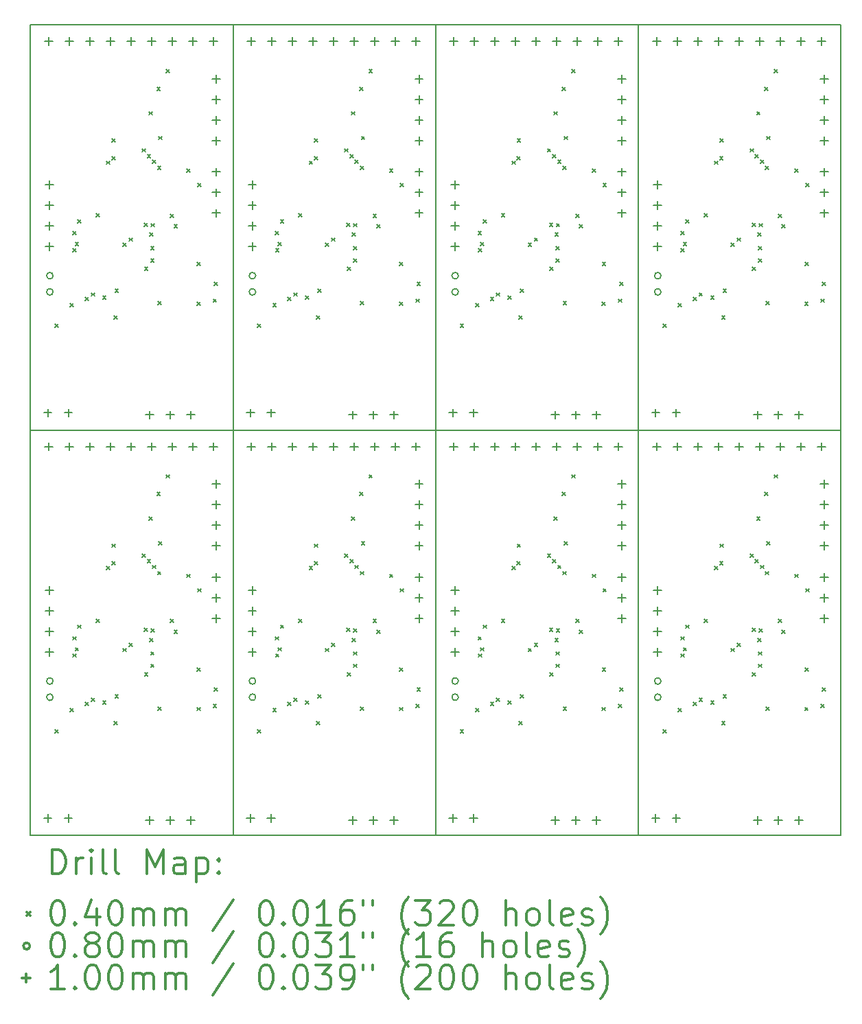
<source format=gbr>
%FSLAX45Y45*%
G04 Gerber Fmt 4.5, Leading zero omitted, Abs format (unit mm)*
G04 Created by KiCad (PCBNEW 4.0.2-stable) date 9/8/2017 10:59:49 PM*
%MOMM*%
G01*
G04 APERTURE LIST*
%ADD10C,0.127000*%
%ADD11C,0.150000*%
%ADD12C,0.200000*%
%ADD13C,0.300000*%
G04 APERTURE END LIST*
D10*
D11*
X17500000Y-12800000D02*
X20000000Y-12800000D01*
X15000000Y-12800000D02*
X17500000Y-12800000D01*
X12500000Y-12800000D02*
X15000000Y-12800000D01*
X10000000Y-12800000D02*
X12500000Y-12800000D01*
X17500000Y-7800000D02*
X20000000Y-7800000D01*
X15000000Y-7800000D02*
X17500000Y-7800000D01*
X12500000Y-7800000D02*
X15000000Y-7800000D01*
X20000000Y-17800000D02*
X17500000Y-17800000D01*
X17500000Y-17800000D02*
X15000000Y-17800000D01*
X15000000Y-17800000D02*
X12500000Y-17800000D01*
X12500000Y-17800000D02*
X10000000Y-17800000D01*
X20000000Y-12800000D02*
X17500000Y-12800000D01*
X17500000Y-12800000D02*
X15000000Y-12800000D01*
X15000000Y-12800000D02*
X12500000Y-12800000D01*
X17500000Y-17800000D02*
X17500000Y-12800000D01*
X15000000Y-17800000D02*
X15000000Y-12800000D01*
X12500000Y-17800000D02*
X12500000Y-12800000D01*
X10000000Y-17800000D02*
X10000000Y-12800000D01*
X17500000Y-12800000D02*
X17500000Y-7800000D01*
X15000000Y-12800000D02*
X15000000Y-7800000D01*
X12500000Y-12800000D02*
X12500000Y-7800000D01*
X20000000Y-12800000D02*
X20000000Y-17800000D01*
X17500000Y-12800000D02*
X17500000Y-17800000D01*
X15000000Y-12800000D02*
X15000000Y-17800000D01*
X12500000Y-12800000D02*
X12500000Y-17800000D01*
X20000000Y-7800000D02*
X20000000Y-12800000D01*
X17500000Y-7800000D02*
X17500000Y-12800000D01*
X15000000Y-7800000D02*
X15000000Y-12800000D01*
X10000000Y-12800000D02*
X10000000Y-7800000D01*
X12500000Y-12800000D02*
X10000000Y-12800000D01*
X12500000Y-7800000D02*
X12500000Y-12800000D01*
X10000000Y-7800000D02*
X12500000Y-7800000D01*
D12*
X10302560Y-11491280D02*
X10342560Y-11531280D01*
X10342560Y-11491280D02*
X10302560Y-11531280D01*
X10302560Y-16491280D02*
X10342560Y-16531280D01*
X10342560Y-16491280D02*
X10302560Y-16531280D01*
X10490520Y-11234800D02*
X10530520Y-11274800D01*
X10530520Y-11234800D02*
X10490520Y-11274800D01*
X10490520Y-16234800D02*
X10530520Y-16274800D01*
X10530520Y-16234800D02*
X10490520Y-16274800D01*
X10521998Y-10347929D02*
X10561998Y-10387929D01*
X10561998Y-10347929D02*
X10521998Y-10387929D01*
X10521998Y-15347929D02*
X10561998Y-15387929D01*
X10561998Y-15347929D02*
X10521998Y-15387929D01*
X10525431Y-10557841D02*
X10565431Y-10597841D01*
X10565431Y-10557841D02*
X10525431Y-10597841D01*
X10525431Y-15557841D02*
X10565431Y-15597841D01*
X10565431Y-15557841D02*
X10525431Y-15597841D01*
X10552934Y-10482716D02*
X10592934Y-10522716D01*
X10592934Y-10482716D02*
X10552934Y-10522716D01*
X10552934Y-15482716D02*
X10592934Y-15522716D01*
X10592934Y-15482716D02*
X10552934Y-15522716D01*
X10584500Y-10203500D02*
X10624500Y-10243500D01*
X10624500Y-10203500D02*
X10584500Y-10243500D01*
X10584500Y-15203500D02*
X10624500Y-15243500D01*
X10624500Y-15203500D02*
X10584500Y-15243500D01*
X10674119Y-11158540D02*
X10714119Y-11198540D01*
X10714119Y-11158540D02*
X10674119Y-11198540D01*
X10674119Y-16158540D02*
X10714119Y-16198540D01*
X10714119Y-16158540D02*
X10674119Y-16198540D01*
X10749600Y-11105200D02*
X10789600Y-11145200D01*
X10789600Y-11105200D02*
X10749600Y-11145200D01*
X10749600Y-16105200D02*
X10789600Y-16145200D01*
X10789600Y-16105200D02*
X10749600Y-16145200D01*
X10810210Y-10129840D02*
X10850210Y-10169840D01*
X10850210Y-10129840D02*
X10810210Y-10169840D01*
X10810210Y-15129840D02*
X10850210Y-15169840D01*
X10850210Y-15129840D02*
X10810210Y-15169840D01*
X10891840Y-11140760D02*
X10931840Y-11180760D01*
X10931840Y-11140760D02*
X10891840Y-11180760D01*
X10891840Y-16140760D02*
X10931840Y-16180760D01*
X10931840Y-16140760D02*
X10891840Y-16180760D01*
X10940100Y-9479600D02*
X10980100Y-9519600D01*
X10980100Y-9479600D02*
X10940100Y-9519600D01*
X10940100Y-14479600D02*
X10980100Y-14519600D01*
X10980100Y-14479600D02*
X10940100Y-14519600D01*
X11003600Y-9422450D02*
X11043600Y-9462450D01*
X11043600Y-9422450D02*
X11003600Y-9462450D01*
X11003600Y-14422450D02*
X11043600Y-14462450D01*
X11043600Y-14422450D02*
X11003600Y-14462450D01*
X11005000Y-9205000D02*
X11045000Y-9245000D01*
X11045000Y-9205000D02*
X11005000Y-9245000D01*
X11005000Y-14205000D02*
X11045000Y-14245000D01*
X11045000Y-14205000D02*
X11005000Y-14245000D01*
X11029000Y-11389680D02*
X11069000Y-11429680D01*
X11069000Y-11389680D02*
X11029000Y-11429680D01*
X11029000Y-16389680D02*
X11069000Y-16429680D01*
X11069000Y-16389680D02*
X11029000Y-16429680D01*
X11044240Y-11059480D02*
X11084240Y-11099480D01*
X11084240Y-11059480D02*
X11044240Y-11099480D01*
X11044240Y-16059480D02*
X11084240Y-16099480D01*
X11084240Y-16059480D02*
X11044240Y-16099480D01*
X11139306Y-10491064D02*
X11179306Y-10531064D01*
X11179306Y-10491064D02*
X11139306Y-10531064D01*
X11139306Y-15491064D02*
X11179306Y-15531064D01*
X11179306Y-15491064D02*
X11139306Y-15531064D01*
X11215981Y-10428562D02*
X11255981Y-10468562D01*
X11255981Y-10428562D02*
X11215981Y-10468562D01*
X11215981Y-15428562D02*
X11255981Y-15468562D01*
X11255981Y-15428562D02*
X11215981Y-15468562D01*
X11378250Y-9327200D02*
X11418250Y-9367200D01*
X11418250Y-9327200D02*
X11378250Y-9367200D01*
X11378250Y-14327200D02*
X11418250Y-14367200D01*
X11418250Y-14327200D02*
X11378250Y-14367200D01*
X11402380Y-10244140D02*
X11442380Y-10284140D01*
X11442380Y-10244140D02*
X11402380Y-10284140D01*
X11402380Y-15244140D02*
X11442380Y-15284140D01*
X11442380Y-15244140D02*
X11402380Y-15284140D01*
X11406609Y-10788551D02*
X11446609Y-10828551D01*
X11446609Y-10788551D02*
X11406609Y-10828551D01*
X11406609Y-15788551D02*
X11446609Y-15828551D01*
X11446609Y-15788551D02*
X11406609Y-15828551D01*
X11441750Y-9397050D02*
X11481750Y-9437050D01*
X11481750Y-9397050D02*
X11441750Y-9437050D01*
X11441750Y-14397050D02*
X11481750Y-14437050D01*
X11481750Y-14397050D02*
X11441750Y-14437050D01*
X11460800Y-8870000D02*
X11500800Y-8910000D01*
X11500800Y-8870000D02*
X11460800Y-8910000D01*
X11460800Y-13870000D02*
X11500800Y-13910000D01*
X11500800Y-13870000D02*
X11460800Y-13910000D01*
X11470960Y-10366060D02*
X11510960Y-10406060D01*
X11510960Y-10366060D02*
X11470960Y-10406060D01*
X11470960Y-15366060D02*
X11510960Y-15406060D01*
X11510960Y-15366060D02*
X11470960Y-15406060D01*
X11482662Y-10533591D02*
X11522662Y-10573591D01*
X11522662Y-10533591D02*
X11482662Y-10573591D01*
X11482662Y-15533591D02*
X11522662Y-15573591D01*
X11522662Y-15533591D02*
X11482662Y-15573591D01*
X11483660Y-10684710D02*
X11523660Y-10724710D01*
X11523660Y-10684710D02*
X11483660Y-10724710D01*
X11483660Y-15684710D02*
X11523660Y-15724710D01*
X11523660Y-15684710D02*
X11483660Y-15724710D01*
X11487063Y-10249815D02*
X11527063Y-10289815D01*
X11527063Y-10249815D02*
X11487063Y-10289815D01*
X11487063Y-15249815D02*
X11527063Y-15289815D01*
X11527063Y-15249815D02*
X11487063Y-15289815D01*
X11505250Y-9466900D02*
X11545250Y-9506900D01*
X11545250Y-9466900D02*
X11505250Y-9506900D01*
X11505250Y-14466900D02*
X11545250Y-14506900D01*
X11545250Y-14466900D02*
X11505250Y-14506900D01*
X11559860Y-8567740D02*
X11599860Y-8607740D01*
X11599860Y-8567740D02*
X11559860Y-8607740D01*
X11559860Y-13567740D02*
X11599860Y-13607740D01*
X11599860Y-13567740D02*
X11559860Y-13607740D01*
X11568750Y-9543100D02*
X11608750Y-9583100D01*
X11608750Y-9543100D02*
X11568750Y-9583100D01*
X11568750Y-14543100D02*
X11608750Y-14583100D01*
X11608750Y-14543100D02*
X11568750Y-14583100D01*
X11572560Y-11211880D02*
X11612560Y-11251880D01*
X11612560Y-11211880D02*
X11572560Y-11251880D01*
X11572560Y-16211880D02*
X11612560Y-16251880D01*
X11612560Y-16211880D02*
X11572560Y-16251880D01*
X11582720Y-9174800D02*
X11622720Y-9214800D01*
X11622720Y-9174800D02*
X11582720Y-9214800D01*
X11582720Y-14174800D02*
X11622720Y-14214800D01*
X11622720Y-14174800D02*
X11582720Y-14214800D01*
X11676500Y-8349300D02*
X11716500Y-8389300D01*
X11716500Y-8349300D02*
X11676500Y-8389300D01*
X11676500Y-13349300D02*
X11716500Y-13389300D01*
X11716500Y-13349300D02*
X11676500Y-13389300D01*
X11727500Y-10133650D02*
X11767500Y-10173650D01*
X11767500Y-10133650D02*
X11727500Y-10173650D01*
X11727500Y-15133650D02*
X11767500Y-15173650D01*
X11767500Y-15133650D02*
X11727500Y-15173650D01*
X11770680Y-10264460D02*
X11810680Y-10304460D01*
X11810680Y-10264460D02*
X11770680Y-10304460D01*
X11770680Y-15264460D02*
X11810680Y-15304460D01*
X11810680Y-15264460D02*
X11770680Y-15304460D01*
X11930700Y-9576120D02*
X11970700Y-9616120D01*
X11970700Y-9576120D02*
X11930700Y-9616120D01*
X11930700Y-14576120D02*
X11970700Y-14616120D01*
X11970700Y-14576120D02*
X11930700Y-14616120D01*
X12052620Y-11219500D02*
X12092620Y-11259500D01*
X12092620Y-11219500D02*
X12052620Y-11259500D01*
X12052620Y-16219500D02*
X12092620Y-16259500D01*
X12092620Y-16219500D02*
X12052620Y-16259500D01*
X12055000Y-10730000D02*
X12095000Y-10770000D01*
X12095000Y-10730000D02*
X12055000Y-10770000D01*
X12055000Y-15730000D02*
X12095000Y-15770000D01*
X12095000Y-15730000D02*
X12055000Y-15770000D01*
X12062780Y-9753920D02*
X12102780Y-9793920D01*
X12102780Y-9753920D02*
X12062780Y-9793920D01*
X12062780Y-14753920D02*
X12102780Y-14793920D01*
X12102780Y-14753920D02*
X12062780Y-14793920D01*
X12254550Y-11181400D02*
X12294550Y-11221400D01*
X12294550Y-11181400D02*
X12254550Y-11221400D01*
X12254550Y-16181400D02*
X12294550Y-16221400D01*
X12294550Y-16181400D02*
X12254550Y-16221400D01*
X12268520Y-10975660D02*
X12308520Y-11015660D01*
X12308520Y-10975660D02*
X12268520Y-11015660D01*
X12268520Y-15975660D02*
X12308520Y-16015660D01*
X12308520Y-15975660D02*
X12268520Y-16015660D01*
X12802560Y-11491280D02*
X12842560Y-11531280D01*
X12842560Y-11491280D02*
X12802560Y-11531280D01*
X12802560Y-16491280D02*
X12842560Y-16531280D01*
X12842560Y-16491280D02*
X12802560Y-16531280D01*
X12990520Y-11234800D02*
X13030520Y-11274800D01*
X13030520Y-11234800D02*
X12990520Y-11274800D01*
X12990520Y-16234800D02*
X13030520Y-16274800D01*
X13030520Y-16234800D02*
X12990520Y-16274800D01*
X13021998Y-10347929D02*
X13061998Y-10387929D01*
X13061998Y-10347929D02*
X13021998Y-10387929D01*
X13021998Y-15347929D02*
X13061998Y-15387929D01*
X13061998Y-15347929D02*
X13021998Y-15387929D01*
X13025431Y-10557841D02*
X13065431Y-10597841D01*
X13065431Y-10557841D02*
X13025431Y-10597841D01*
X13025431Y-15557841D02*
X13065431Y-15597841D01*
X13065431Y-15557841D02*
X13025431Y-15597841D01*
X13052934Y-10482716D02*
X13092934Y-10522716D01*
X13092934Y-10482716D02*
X13052934Y-10522716D01*
X13052934Y-15482716D02*
X13092934Y-15522716D01*
X13092934Y-15482716D02*
X13052934Y-15522716D01*
X13084500Y-10203500D02*
X13124500Y-10243500D01*
X13124500Y-10203500D02*
X13084500Y-10243500D01*
X13084500Y-15203500D02*
X13124500Y-15243500D01*
X13124500Y-15203500D02*
X13084500Y-15243500D01*
X13174119Y-11158540D02*
X13214119Y-11198540D01*
X13214119Y-11158540D02*
X13174119Y-11198540D01*
X13174119Y-16158540D02*
X13214119Y-16198540D01*
X13214119Y-16158540D02*
X13174119Y-16198540D01*
X13249600Y-11105200D02*
X13289600Y-11145200D01*
X13289600Y-11105200D02*
X13249600Y-11145200D01*
X13249600Y-16105200D02*
X13289600Y-16145200D01*
X13289600Y-16105200D02*
X13249600Y-16145200D01*
X13310210Y-10129840D02*
X13350210Y-10169840D01*
X13350210Y-10129840D02*
X13310210Y-10169840D01*
X13310210Y-15129840D02*
X13350210Y-15169840D01*
X13350210Y-15129840D02*
X13310210Y-15169840D01*
X13391840Y-11140760D02*
X13431840Y-11180760D01*
X13431840Y-11140760D02*
X13391840Y-11180760D01*
X13391840Y-16140760D02*
X13431840Y-16180760D01*
X13431840Y-16140760D02*
X13391840Y-16180760D01*
X13440100Y-9479600D02*
X13480100Y-9519600D01*
X13480100Y-9479600D02*
X13440100Y-9519600D01*
X13440100Y-14479600D02*
X13480100Y-14519600D01*
X13480100Y-14479600D02*
X13440100Y-14519600D01*
X13503600Y-9422450D02*
X13543600Y-9462450D01*
X13543600Y-9422450D02*
X13503600Y-9462450D01*
X13503600Y-14422450D02*
X13543600Y-14462450D01*
X13543600Y-14422450D02*
X13503600Y-14462450D01*
X13505000Y-9205000D02*
X13545000Y-9245000D01*
X13545000Y-9205000D02*
X13505000Y-9245000D01*
X13505000Y-14205000D02*
X13545000Y-14245000D01*
X13545000Y-14205000D02*
X13505000Y-14245000D01*
X13529000Y-11389680D02*
X13569000Y-11429680D01*
X13569000Y-11389680D02*
X13529000Y-11429680D01*
X13529000Y-16389680D02*
X13569000Y-16429680D01*
X13569000Y-16389680D02*
X13529000Y-16429680D01*
X13544240Y-11059480D02*
X13584240Y-11099480D01*
X13584240Y-11059480D02*
X13544240Y-11099480D01*
X13544240Y-16059480D02*
X13584240Y-16099480D01*
X13584240Y-16059480D02*
X13544240Y-16099480D01*
X13639306Y-10491064D02*
X13679306Y-10531064D01*
X13679306Y-10491064D02*
X13639306Y-10531064D01*
X13639306Y-15491064D02*
X13679306Y-15531064D01*
X13679306Y-15491064D02*
X13639306Y-15531064D01*
X13715981Y-10428562D02*
X13755981Y-10468562D01*
X13755981Y-10428562D02*
X13715981Y-10468562D01*
X13715981Y-15428562D02*
X13755981Y-15468562D01*
X13755981Y-15428562D02*
X13715981Y-15468562D01*
X13878250Y-9327200D02*
X13918250Y-9367200D01*
X13918250Y-9327200D02*
X13878250Y-9367200D01*
X13878250Y-14327200D02*
X13918250Y-14367200D01*
X13918250Y-14327200D02*
X13878250Y-14367200D01*
X13902380Y-10244140D02*
X13942380Y-10284140D01*
X13942380Y-10244140D02*
X13902380Y-10284140D01*
X13902380Y-15244140D02*
X13942380Y-15284140D01*
X13942380Y-15244140D02*
X13902380Y-15284140D01*
X13906609Y-10788551D02*
X13946609Y-10828551D01*
X13946609Y-10788551D02*
X13906609Y-10828551D01*
X13906609Y-15788551D02*
X13946609Y-15828551D01*
X13946609Y-15788551D02*
X13906609Y-15828551D01*
X13941750Y-9397050D02*
X13981750Y-9437050D01*
X13981750Y-9397050D02*
X13941750Y-9437050D01*
X13941750Y-14397050D02*
X13981750Y-14437050D01*
X13981750Y-14397050D02*
X13941750Y-14437050D01*
X13960800Y-8870000D02*
X14000800Y-8910000D01*
X14000800Y-8870000D02*
X13960800Y-8910000D01*
X13960800Y-13870000D02*
X14000800Y-13910000D01*
X14000800Y-13870000D02*
X13960800Y-13910000D01*
X13970960Y-10366060D02*
X14010960Y-10406060D01*
X14010960Y-10366060D02*
X13970960Y-10406060D01*
X13970960Y-15366060D02*
X14010960Y-15406060D01*
X14010960Y-15366060D02*
X13970960Y-15406060D01*
X13982662Y-10533591D02*
X14022662Y-10573591D01*
X14022662Y-10533591D02*
X13982662Y-10573591D01*
X13982662Y-15533591D02*
X14022662Y-15573591D01*
X14022662Y-15533591D02*
X13982662Y-15573591D01*
X13983660Y-10684710D02*
X14023660Y-10724710D01*
X14023660Y-10684710D02*
X13983660Y-10724710D01*
X13983660Y-15684710D02*
X14023660Y-15724710D01*
X14023660Y-15684710D02*
X13983660Y-15724710D01*
X13987063Y-10249815D02*
X14027063Y-10289815D01*
X14027063Y-10249815D02*
X13987063Y-10289815D01*
X13987063Y-15249815D02*
X14027063Y-15289815D01*
X14027063Y-15249815D02*
X13987063Y-15289815D01*
X14005250Y-9466900D02*
X14045250Y-9506900D01*
X14045250Y-9466900D02*
X14005250Y-9506900D01*
X14005250Y-14466900D02*
X14045250Y-14506900D01*
X14045250Y-14466900D02*
X14005250Y-14506900D01*
X14059860Y-8567740D02*
X14099860Y-8607740D01*
X14099860Y-8567740D02*
X14059860Y-8607740D01*
X14059860Y-13567740D02*
X14099860Y-13607740D01*
X14099860Y-13567740D02*
X14059860Y-13607740D01*
X14068750Y-9543100D02*
X14108750Y-9583100D01*
X14108750Y-9543100D02*
X14068750Y-9583100D01*
X14068750Y-14543100D02*
X14108750Y-14583100D01*
X14108750Y-14543100D02*
X14068750Y-14583100D01*
X14072560Y-11211880D02*
X14112560Y-11251880D01*
X14112560Y-11211880D02*
X14072560Y-11251880D01*
X14072560Y-16211880D02*
X14112560Y-16251880D01*
X14112560Y-16211880D02*
X14072560Y-16251880D01*
X14082720Y-9174800D02*
X14122720Y-9214800D01*
X14122720Y-9174800D02*
X14082720Y-9214800D01*
X14082720Y-14174800D02*
X14122720Y-14214800D01*
X14122720Y-14174800D02*
X14082720Y-14214800D01*
X14176500Y-8349300D02*
X14216500Y-8389300D01*
X14216500Y-8349300D02*
X14176500Y-8389300D01*
X14176500Y-13349300D02*
X14216500Y-13389300D01*
X14216500Y-13349300D02*
X14176500Y-13389300D01*
X14227500Y-10133650D02*
X14267500Y-10173650D01*
X14267500Y-10133650D02*
X14227500Y-10173650D01*
X14227500Y-15133650D02*
X14267500Y-15173650D01*
X14267500Y-15133650D02*
X14227500Y-15173650D01*
X14270680Y-10264460D02*
X14310680Y-10304460D01*
X14310680Y-10264460D02*
X14270680Y-10304460D01*
X14270680Y-15264460D02*
X14310680Y-15304460D01*
X14310680Y-15264460D02*
X14270680Y-15304460D01*
X14430700Y-9576120D02*
X14470700Y-9616120D01*
X14470700Y-9576120D02*
X14430700Y-9616120D01*
X14430700Y-14576120D02*
X14470700Y-14616120D01*
X14470700Y-14576120D02*
X14430700Y-14616120D01*
X14552620Y-11219500D02*
X14592620Y-11259500D01*
X14592620Y-11219500D02*
X14552620Y-11259500D01*
X14552620Y-16219500D02*
X14592620Y-16259500D01*
X14592620Y-16219500D02*
X14552620Y-16259500D01*
X14555000Y-10730000D02*
X14595000Y-10770000D01*
X14595000Y-10730000D02*
X14555000Y-10770000D01*
X14555000Y-15730000D02*
X14595000Y-15770000D01*
X14595000Y-15730000D02*
X14555000Y-15770000D01*
X14562780Y-9753920D02*
X14602780Y-9793920D01*
X14602780Y-9753920D02*
X14562780Y-9793920D01*
X14562780Y-14753920D02*
X14602780Y-14793920D01*
X14602780Y-14753920D02*
X14562780Y-14793920D01*
X14754550Y-11181400D02*
X14794550Y-11221400D01*
X14794550Y-11181400D02*
X14754550Y-11221400D01*
X14754550Y-16181400D02*
X14794550Y-16221400D01*
X14794550Y-16181400D02*
X14754550Y-16221400D01*
X14768520Y-10975660D02*
X14808520Y-11015660D01*
X14808520Y-10975660D02*
X14768520Y-11015660D01*
X14768520Y-15975660D02*
X14808520Y-16015660D01*
X14808520Y-15975660D02*
X14768520Y-16015660D01*
X15302560Y-11491280D02*
X15342560Y-11531280D01*
X15342560Y-11491280D02*
X15302560Y-11531280D01*
X15302560Y-16491280D02*
X15342560Y-16531280D01*
X15342560Y-16491280D02*
X15302560Y-16531280D01*
X15490520Y-11234800D02*
X15530520Y-11274800D01*
X15530520Y-11234800D02*
X15490520Y-11274800D01*
X15490520Y-16234800D02*
X15530520Y-16274800D01*
X15530520Y-16234800D02*
X15490520Y-16274800D01*
X15521998Y-10347929D02*
X15561998Y-10387929D01*
X15561998Y-10347929D02*
X15521998Y-10387929D01*
X15521998Y-15347929D02*
X15561998Y-15387929D01*
X15561998Y-15347929D02*
X15521998Y-15387929D01*
X15525431Y-10557841D02*
X15565431Y-10597841D01*
X15565431Y-10557841D02*
X15525431Y-10597841D01*
X15525431Y-15557841D02*
X15565431Y-15597841D01*
X15565431Y-15557841D02*
X15525431Y-15597841D01*
X15552934Y-10482716D02*
X15592934Y-10522716D01*
X15592934Y-10482716D02*
X15552934Y-10522716D01*
X15552934Y-15482716D02*
X15592934Y-15522716D01*
X15592934Y-15482716D02*
X15552934Y-15522716D01*
X15584500Y-10203500D02*
X15624500Y-10243500D01*
X15624500Y-10203500D02*
X15584500Y-10243500D01*
X15584500Y-15203500D02*
X15624500Y-15243500D01*
X15624500Y-15203500D02*
X15584500Y-15243500D01*
X15674119Y-11158540D02*
X15714119Y-11198540D01*
X15714119Y-11158540D02*
X15674119Y-11198540D01*
X15674119Y-16158540D02*
X15714119Y-16198540D01*
X15714119Y-16158540D02*
X15674119Y-16198540D01*
X15749600Y-11105200D02*
X15789600Y-11145200D01*
X15789600Y-11105200D02*
X15749600Y-11145200D01*
X15749600Y-16105200D02*
X15789600Y-16145200D01*
X15789600Y-16105200D02*
X15749600Y-16145200D01*
X15810210Y-10129840D02*
X15850210Y-10169840D01*
X15850210Y-10129840D02*
X15810210Y-10169840D01*
X15810210Y-15129840D02*
X15850210Y-15169840D01*
X15850210Y-15129840D02*
X15810210Y-15169840D01*
X15891840Y-11140760D02*
X15931840Y-11180760D01*
X15931840Y-11140760D02*
X15891840Y-11180760D01*
X15891840Y-16140760D02*
X15931840Y-16180760D01*
X15931840Y-16140760D02*
X15891840Y-16180760D01*
X15940100Y-9479600D02*
X15980100Y-9519600D01*
X15980100Y-9479600D02*
X15940100Y-9519600D01*
X15940100Y-14479600D02*
X15980100Y-14519600D01*
X15980100Y-14479600D02*
X15940100Y-14519600D01*
X16003600Y-9422450D02*
X16043600Y-9462450D01*
X16043600Y-9422450D02*
X16003600Y-9462450D01*
X16003600Y-14422450D02*
X16043600Y-14462450D01*
X16043600Y-14422450D02*
X16003600Y-14462450D01*
X16005000Y-9205000D02*
X16045000Y-9245000D01*
X16045000Y-9205000D02*
X16005000Y-9245000D01*
X16005000Y-14205000D02*
X16045000Y-14245000D01*
X16045000Y-14205000D02*
X16005000Y-14245000D01*
X16029000Y-11389680D02*
X16069000Y-11429680D01*
X16069000Y-11389680D02*
X16029000Y-11429680D01*
X16029000Y-16389680D02*
X16069000Y-16429680D01*
X16069000Y-16389680D02*
X16029000Y-16429680D01*
X16044240Y-11059480D02*
X16084240Y-11099480D01*
X16084240Y-11059480D02*
X16044240Y-11099480D01*
X16044240Y-16059480D02*
X16084240Y-16099480D01*
X16084240Y-16059480D02*
X16044240Y-16099480D01*
X16139306Y-10491064D02*
X16179306Y-10531064D01*
X16179306Y-10491064D02*
X16139306Y-10531064D01*
X16139306Y-15491064D02*
X16179306Y-15531064D01*
X16179306Y-15491064D02*
X16139306Y-15531064D01*
X16215981Y-10428562D02*
X16255981Y-10468562D01*
X16255981Y-10428562D02*
X16215981Y-10468562D01*
X16215981Y-15428562D02*
X16255981Y-15468562D01*
X16255981Y-15428562D02*
X16215981Y-15468562D01*
X16378250Y-9327200D02*
X16418250Y-9367200D01*
X16418250Y-9327200D02*
X16378250Y-9367200D01*
X16378250Y-14327200D02*
X16418250Y-14367200D01*
X16418250Y-14327200D02*
X16378250Y-14367200D01*
X16402380Y-10244140D02*
X16442380Y-10284140D01*
X16442380Y-10244140D02*
X16402380Y-10284140D01*
X16402380Y-15244140D02*
X16442380Y-15284140D01*
X16442380Y-15244140D02*
X16402380Y-15284140D01*
X16406609Y-10788551D02*
X16446609Y-10828551D01*
X16446609Y-10788551D02*
X16406609Y-10828551D01*
X16406609Y-15788551D02*
X16446609Y-15828551D01*
X16446609Y-15788551D02*
X16406609Y-15828551D01*
X16441750Y-9397050D02*
X16481750Y-9437050D01*
X16481750Y-9397050D02*
X16441750Y-9437050D01*
X16441750Y-14397050D02*
X16481750Y-14437050D01*
X16481750Y-14397050D02*
X16441750Y-14437050D01*
X16460800Y-8870000D02*
X16500800Y-8910000D01*
X16500800Y-8870000D02*
X16460800Y-8910000D01*
X16460800Y-13870000D02*
X16500800Y-13910000D01*
X16500800Y-13870000D02*
X16460800Y-13910000D01*
X16470960Y-10366060D02*
X16510960Y-10406060D01*
X16510960Y-10366060D02*
X16470960Y-10406060D01*
X16470960Y-15366060D02*
X16510960Y-15406060D01*
X16510960Y-15366060D02*
X16470960Y-15406060D01*
X16482662Y-10533591D02*
X16522662Y-10573591D01*
X16522662Y-10533591D02*
X16482662Y-10573591D01*
X16482662Y-15533591D02*
X16522662Y-15573591D01*
X16522662Y-15533591D02*
X16482662Y-15573591D01*
X16483660Y-10684710D02*
X16523660Y-10724710D01*
X16523660Y-10684710D02*
X16483660Y-10724710D01*
X16483660Y-15684710D02*
X16523660Y-15724710D01*
X16523660Y-15684710D02*
X16483660Y-15724710D01*
X16487063Y-10249815D02*
X16527063Y-10289815D01*
X16527063Y-10249815D02*
X16487063Y-10289815D01*
X16487063Y-15249815D02*
X16527063Y-15289815D01*
X16527063Y-15249815D02*
X16487063Y-15289815D01*
X16505250Y-9466900D02*
X16545250Y-9506900D01*
X16545250Y-9466900D02*
X16505250Y-9506900D01*
X16505250Y-14466900D02*
X16545250Y-14506900D01*
X16545250Y-14466900D02*
X16505250Y-14506900D01*
X16559860Y-8567740D02*
X16599860Y-8607740D01*
X16599860Y-8567740D02*
X16559860Y-8607740D01*
X16559860Y-13567740D02*
X16599860Y-13607740D01*
X16599860Y-13567740D02*
X16559860Y-13607740D01*
X16568750Y-9543100D02*
X16608750Y-9583100D01*
X16608750Y-9543100D02*
X16568750Y-9583100D01*
X16568750Y-14543100D02*
X16608750Y-14583100D01*
X16608750Y-14543100D02*
X16568750Y-14583100D01*
X16572560Y-11211880D02*
X16612560Y-11251880D01*
X16612560Y-11211880D02*
X16572560Y-11251880D01*
X16572560Y-16211880D02*
X16612560Y-16251880D01*
X16612560Y-16211880D02*
X16572560Y-16251880D01*
X16582720Y-9174800D02*
X16622720Y-9214800D01*
X16622720Y-9174800D02*
X16582720Y-9214800D01*
X16582720Y-14174800D02*
X16622720Y-14214800D01*
X16622720Y-14174800D02*
X16582720Y-14214800D01*
X16676500Y-8349300D02*
X16716500Y-8389300D01*
X16716500Y-8349300D02*
X16676500Y-8389300D01*
X16676500Y-13349300D02*
X16716500Y-13389300D01*
X16716500Y-13349300D02*
X16676500Y-13389300D01*
X16727500Y-10133650D02*
X16767500Y-10173650D01*
X16767500Y-10133650D02*
X16727500Y-10173650D01*
X16727500Y-15133650D02*
X16767500Y-15173650D01*
X16767500Y-15133650D02*
X16727500Y-15173650D01*
X16770680Y-10264460D02*
X16810680Y-10304460D01*
X16810680Y-10264460D02*
X16770680Y-10304460D01*
X16770680Y-15264460D02*
X16810680Y-15304460D01*
X16810680Y-15264460D02*
X16770680Y-15304460D01*
X16930700Y-9576120D02*
X16970700Y-9616120D01*
X16970700Y-9576120D02*
X16930700Y-9616120D01*
X16930700Y-14576120D02*
X16970700Y-14616120D01*
X16970700Y-14576120D02*
X16930700Y-14616120D01*
X17052620Y-11219500D02*
X17092620Y-11259500D01*
X17092620Y-11219500D02*
X17052620Y-11259500D01*
X17052620Y-16219500D02*
X17092620Y-16259500D01*
X17092620Y-16219500D02*
X17052620Y-16259500D01*
X17055000Y-10730000D02*
X17095000Y-10770000D01*
X17095000Y-10730000D02*
X17055000Y-10770000D01*
X17055000Y-15730000D02*
X17095000Y-15770000D01*
X17095000Y-15730000D02*
X17055000Y-15770000D01*
X17062780Y-9753920D02*
X17102780Y-9793920D01*
X17102780Y-9753920D02*
X17062780Y-9793920D01*
X17062780Y-14753920D02*
X17102780Y-14793920D01*
X17102780Y-14753920D02*
X17062780Y-14793920D01*
X17254550Y-11181400D02*
X17294550Y-11221400D01*
X17294550Y-11181400D02*
X17254550Y-11221400D01*
X17254550Y-16181400D02*
X17294550Y-16221400D01*
X17294550Y-16181400D02*
X17254550Y-16221400D01*
X17268520Y-10975660D02*
X17308520Y-11015660D01*
X17308520Y-10975660D02*
X17268520Y-11015660D01*
X17268520Y-15975660D02*
X17308520Y-16015660D01*
X17308520Y-15975660D02*
X17268520Y-16015660D01*
X17802560Y-11491280D02*
X17842560Y-11531280D01*
X17842560Y-11491280D02*
X17802560Y-11531280D01*
X17802560Y-16491280D02*
X17842560Y-16531280D01*
X17842560Y-16491280D02*
X17802560Y-16531280D01*
X17990520Y-11234800D02*
X18030520Y-11274800D01*
X18030520Y-11234800D02*
X17990520Y-11274800D01*
X17990520Y-16234800D02*
X18030520Y-16274800D01*
X18030520Y-16234800D02*
X17990520Y-16274800D01*
X18021998Y-10347929D02*
X18061998Y-10387929D01*
X18061998Y-10347929D02*
X18021998Y-10387929D01*
X18021998Y-15347929D02*
X18061998Y-15387929D01*
X18061998Y-15347929D02*
X18021998Y-15387929D01*
X18025431Y-10557841D02*
X18065431Y-10597841D01*
X18065431Y-10557841D02*
X18025431Y-10597841D01*
X18025431Y-15557841D02*
X18065431Y-15597841D01*
X18065431Y-15557841D02*
X18025431Y-15597841D01*
X18052934Y-10482716D02*
X18092934Y-10522716D01*
X18092934Y-10482716D02*
X18052934Y-10522716D01*
X18052934Y-15482716D02*
X18092934Y-15522716D01*
X18092934Y-15482716D02*
X18052934Y-15522716D01*
X18084500Y-10203500D02*
X18124500Y-10243500D01*
X18124500Y-10203500D02*
X18084500Y-10243500D01*
X18084500Y-15203500D02*
X18124500Y-15243500D01*
X18124500Y-15203500D02*
X18084500Y-15243500D01*
X18174119Y-11158540D02*
X18214119Y-11198540D01*
X18214119Y-11158540D02*
X18174119Y-11198540D01*
X18174119Y-16158540D02*
X18214119Y-16198540D01*
X18214119Y-16158540D02*
X18174119Y-16198540D01*
X18249600Y-11105200D02*
X18289600Y-11145200D01*
X18289600Y-11105200D02*
X18249600Y-11145200D01*
X18249600Y-16105200D02*
X18289600Y-16145200D01*
X18289600Y-16105200D02*
X18249600Y-16145200D01*
X18310210Y-10129840D02*
X18350210Y-10169840D01*
X18350210Y-10129840D02*
X18310210Y-10169840D01*
X18310210Y-15129840D02*
X18350210Y-15169840D01*
X18350210Y-15129840D02*
X18310210Y-15169840D01*
X18391840Y-11140760D02*
X18431840Y-11180760D01*
X18431840Y-11140760D02*
X18391840Y-11180760D01*
X18391840Y-16140760D02*
X18431840Y-16180760D01*
X18431840Y-16140760D02*
X18391840Y-16180760D01*
X18440100Y-9479600D02*
X18480100Y-9519600D01*
X18480100Y-9479600D02*
X18440100Y-9519600D01*
X18440100Y-14479600D02*
X18480100Y-14519600D01*
X18480100Y-14479600D02*
X18440100Y-14519600D01*
X18503600Y-9422450D02*
X18543600Y-9462450D01*
X18543600Y-9422450D02*
X18503600Y-9462450D01*
X18503600Y-14422450D02*
X18543600Y-14462450D01*
X18543600Y-14422450D02*
X18503600Y-14462450D01*
X18505000Y-9205000D02*
X18545000Y-9245000D01*
X18545000Y-9205000D02*
X18505000Y-9245000D01*
X18505000Y-14205000D02*
X18545000Y-14245000D01*
X18545000Y-14205000D02*
X18505000Y-14245000D01*
X18529000Y-11389680D02*
X18569000Y-11429680D01*
X18569000Y-11389680D02*
X18529000Y-11429680D01*
X18529000Y-16389680D02*
X18569000Y-16429680D01*
X18569000Y-16389680D02*
X18529000Y-16429680D01*
X18544240Y-11059480D02*
X18584240Y-11099480D01*
X18584240Y-11059480D02*
X18544240Y-11099480D01*
X18544240Y-16059480D02*
X18584240Y-16099480D01*
X18584240Y-16059480D02*
X18544240Y-16099480D01*
X18639306Y-10491064D02*
X18679306Y-10531064D01*
X18679306Y-10491064D02*
X18639306Y-10531064D01*
X18639306Y-15491064D02*
X18679306Y-15531064D01*
X18679306Y-15491064D02*
X18639306Y-15531064D01*
X18715981Y-10428562D02*
X18755981Y-10468562D01*
X18755981Y-10428562D02*
X18715981Y-10468562D01*
X18715981Y-15428562D02*
X18755981Y-15468562D01*
X18755981Y-15428562D02*
X18715981Y-15468562D01*
X18878250Y-9327200D02*
X18918250Y-9367200D01*
X18918250Y-9327200D02*
X18878250Y-9367200D01*
X18878250Y-14327200D02*
X18918250Y-14367200D01*
X18918250Y-14327200D02*
X18878250Y-14367200D01*
X18902380Y-10244140D02*
X18942380Y-10284140D01*
X18942380Y-10244140D02*
X18902380Y-10284140D01*
X18902380Y-15244140D02*
X18942380Y-15284140D01*
X18942380Y-15244140D02*
X18902380Y-15284140D01*
X18906609Y-10788551D02*
X18946609Y-10828551D01*
X18946609Y-10788551D02*
X18906609Y-10828551D01*
X18906609Y-15788551D02*
X18946609Y-15828551D01*
X18946609Y-15788551D02*
X18906609Y-15828551D01*
X18941750Y-9397050D02*
X18981750Y-9437050D01*
X18981750Y-9397050D02*
X18941750Y-9437050D01*
X18941750Y-14397050D02*
X18981750Y-14437050D01*
X18981750Y-14397050D02*
X18941750Y-14437050D01*
X18960800Y-8870000D02*
X19000800Y-8910000D01*
X19000800Y-8870000D02*
X18960800Y-8910000D01*
X18960800Y-13870000D02*
X19000800Y-13910000D01*
X19000800Y-13870000D02*
X18960800Y-13910000D01*
X18970960Y-10366060D02*
X19010960Y-10406060D01*
X19010960Y-10366060D02*
X18970960Y-10406060D01*
X18970960Y-15366060D02*
X19010960Y-15406060D01*
X19010960Y-15366060D02*
X18970960Y-15406060D01*
X18982662Y-10533591D02*
X19022662Y-10573591D01*
X19022662Y-10533591D02*
X18982662Y-10573591D01*
X18982662Y-15533591D02*
X19022662Y-15573591D01*
X19022662Y-15533591D02*
X18982662Y-15573591D01*
X18983660Y-10684710D02*
X19023660Y-10724710D01*
X19023660Y-10684710D02*
X18983660Y-10724710D01*
X18983660Y-15684710D02*
X19023660Y-15724710D01*
X19023660Y-15684710D02*
X18983660Y-15724710D01*
X18987063Y-10249815D02*
X19027063Y-10289815D01*
X19027063Y-10249815D02*
X18987063Y-10289815D01*
X18987063Y-15249815D02*
X19027063Y-15289815D01*
X19027063Y-15249815D02*
X18987063Y-15289815D01*
X19005250Y-9466900D02*
X19045250Y-9506900D01*
X19045250Y-9466900D02*
X19005250Y-9506900D01*
X19005250Y-14466900D02*
X19045250Y-14506900D01*
X19045250Y-14466900D02*
X19005250Y-14506900D01*
X19059860Y-8567740D02*
X19099860Y-8607740D01*
X19099860Y-8567740D02*
X19059860Y-8607740D01*
X19059860Y-13567740D02*
X19099860Y-13607740D01*
X19099860Y-13567740D02*
X19059860Y-13607740D01*
X19068750Y-9543100D02*
X19108750Y-9583100D01*
X19108750Y-9543100D02*
X19068750Y-9583100D01*
X19068750Y-14543100D02*
X19108750Y-14583100D01*
X19108750Y-14543100D02*
X19068750Y-14583100D01*
X19072560Y-11211880D02*
X19112560Y-11251880D01*
X19112560Y-11211880D02*
X19072560Y-11251880D01*
X19072560Y-16211880D02*
X19112560Y-16251880D01*
X19112560Y-16211880D02*
X19072560Y-16251880D01*
X19082720Y-9174800D02*
X19122720Y-9214800D01*
X19122720Y-9174800D02*
X19082720Y-9214800D01*
X19082720Y-14174800D02*
X19122720Y-14214800D01*
X19122720Y-14174800D02*
X19082720Y-14214800D01*
X19176500Y-8349300D02*
X19216500Y-8389300D01*
X19216500Y-8349300D02*
X19176500Y-8389300D01*
X19176500Y-13349300D02*
X19216500Y-13389300D01*
X19216500Y-13349300D02*
X19176500Y-13389300D01*
X19227500Y-10133650D02*
X19267500Y-10173650D01*
X19267500Y-10133650D02*
X19227500Y-10173650D01*
X19227500Y-15133650D02*
X19267500Y-15173650D01*
X19267500Y-15133650D02*
X19227500Y-15173650D01*
X19270680Y-10264460D02*
X19310680Y-10304460D01*
X19310680Y-10264460D02*
X19270680Y-10304460D01*
X19270680Y-15264460D02*
X19310680Y-15304460D01*
X19310680Y-15264460D02*
X19270680Y-15304460D01*
X19430700Y-9576120D02*
X19470700Y-9616120D01*
X19470700Y-9576120D02*
X19430700Y-9616120D01*
X19430700Y-14576120D02*
X19470700Y-14616120D01*
X19470700Y-14576120D02*
X19430700Y-14616120D01*
X19552620Y-11219500D02*
X19592620Y-11259500D01*
X19592620Y-11219500D02*
X19552620Y-11259500D01*
X19552620Y-16219500D02*
X19592620Y-16259500D01*
X19592620Y-16219500D02*
X19552620Y-16259500D01*
X19555000Y-10730000D02*
X19595000Y-10770000D01*
X19595000Y-10730000D02*
X19555000Y-10770000D01*
X19555000Y-15730000D02*
X19595000Y-15770000D01*
X19595000Y-15730000D02*
X19555000Y-15770000D01*
X19562780Y-9753920D02*
X19602780Y-9793920D01*
X19602780Y-9753920D02*
X19562780Y-9793920D01*
X19562780Y-14753920D02*
X19602780Y-14793920D01*
X19602780Y-14753920D02*
X19562780Y-14793920D01*
X19754550Y-11181400D02*
X19794550Y-11221400D01*
X19794550Y-11181400D02*
X19754550Y-11221400D01*
X19754550Y-16181400D02*
X19794550Y-16221400D01*
X19794550Y-16181400D02*
X19754550Y-16221400D01*
X19768520Y-10975660D02*
X19808520Y-11015660D01*
X19808520Y-10975660D02*
X19768520Y-11015660D01*
X19768520Y-15975660D02*
X19808520Y-16015660D01*
X19808520Y-15975660D02*
X19768520Y-16015660D01*
X10278740Y-10894060D02*
G75*
G03X10278740Y-10894060I-40000J0D01*
G01*
X10278740Y-11094060D02*
G75*
G03X10278740Y-11094060I-40000J0D01*
G01*
X10278740Y-15894060D02*
G75*
G03X10278740Y-15894060I-40000J0D01*
G01*
X10278740Y-16094060D02*
G75*
G03X10278740Y-16094060I-40000J0D01*
G01*
X12778740Y-10894060D02*
G75*
G03X12778740Y-10894060I-40000J0D01*
G01*
X12778740Y-11094060D02*
G75*
G03X12778740Y-11094060I-40000J0D01*
G01*
X12778740Y-15894060D02*
G75*
G03X12778740Y-15894060I-40000J0D01*
G01*
X12778740Y-16094060D02*
G75*
G03X12778740Y-16094060I-40000J0D01*
G01*
X15278740Y-10894060D02*
G75*
G03X15278740Y-10894060I-40000J0D01*
G01*
X15278740Y-11094060D02*
G75*
G03X15278740Y-11094060I-40000J0D01*
G01*
X15278740Y-15894060D02*
G75*
G03X15278740Y-15894060I-40000J0D01*
G01*
X15278740Y-16094060D02*
G75*
G03X15278740Y-16094060I-40000J0D01*
G01*
X17778740Y-10894060D02*
G75*
G03X17778740Y-10894060I-40000J0D01*
G01*
X17778740Y-11094060D02*
G75*
G03X17778740Y-11094060I-40000J0D01*
G01*
X17778740Y-15894060D02*
G75*
G03X17778740Y-15894060I-40000J0D01*
G01*
X17778740Y-16094060D02*
G75*
G03X17778740Y-16094060I-40000J0D01*
G01*
X10213360Y-12535720D02*
X10213360Y-12635720D01*
X10163360Y-12585720D02*
X10263360Y-12585720D01*
X10213360Y-17535720D02*
X10213360Y-17635720D01*
X10163360Y-17585720D02*
X10263360Y-17585720D01*
X10223500Y-7951000D02*
X10223500Y-8051000D01*
X10173500Y-8001000D02*
X10273500Y-8001000D01*
X10223500Y-12951000D02*
X10223500Y-13051000D01*
X10173500Y-13001000D02*
X10273500Y-13001000D01*
X10236200Y-9722650D02*
X10236200Y-9822650D01*
X10186200Y-9772650D02*
X10286200Y-9772650D01*
X10236200Y-9976650D02*
X10236200Y-10076650D01*
X10186200Y-10026650D02*
X10286200Y-10026650D01*
X10236200Y-10230650D02*
X10236200Y-10330650D01*
X10186200Y-10280650D02*
X10286200Y-10280650D01*
X10236200Y-10484650D02*
X10236200Y-10584650D01*
X10186200Y-10534650D02*
X10286200Y-10534650D01*
X10236200Y-14722650D02*
X10236200Y-14822650D01*
X10186200Y-14772650D02*
X10286200Y-14772650D01*
X10236200Y-14976650D02*
X10236200Y-15076650D01*
X10186200Y-15026650D02*
X10286200Y-15026650D01*
X10236200Y-15230650D02*
X10236200Y-15330650D01*
X10186200Y-15280650D02*
X10286200Y-15280650D01*
X10236200Y-15484650D02*
X10236200Y-15584650D01*
X10186200Y-15534650D02*
X10286200Y-15534650D01*
X10467360Y-12535720D02*
X10467360Y-12635720D01*
X10417360Y-12585720D02*
X10517360Y-12585720D01*
X10467360Y-17535720D02*
X10467360Y-17635720D01*
X10417360Y-17585720D02*
X10517360Y-17585720D01*
X10477500Y-7951000D02*
X10477500Y-8051000D01*
X10427500Y-8001000D02*
X10527500Y-8001000D01*
X10477500Y-12951000D02*
X10477500Y-13051000D01*
X10427500Y-13001000D02*
X10527500Y-13001000D01*
X10731500Y-7951000D02*
X10731500Y-8051000D01*
X10681500Y-8001000D02*
X10781500Y-8001000D01*
X10731500Y-12951000D02*
X10731500Y-13051000D01*
X10681500Y-13001000D02*
X10781500Y-13001000D01*
X10985500Y-7951000D02*
X10985500Y-8051000D01*
X10935500Y-8001000D02*
X11035500Y-8001000D01*
X10985500Y-12951000D02*
X10985500Y-13051000D01*
X10935500Y-13001000D02*
X11035500Y-13001000D01*
X11239500Y-7951000D02*
X11239500Y-8051000D01*
X11189500Y-8001000D02*
X11289500Y-8001000D01*
X11239500Y-12951000D02*
X11239500Y-13051000D01*
X11189500Y-13001000D02*
X11289500Y-13001000D01*
X11473200Y-12561120D02*
X11473200Y-12661120D01*
X11423200Y-12611120D02*
X11523200Y-12611120D01*
X11473200Y-17561120D02*
X11473200Y-17661120D01*
X11423200Y-17611120D02*
X11523200Y-17611120D01*
X11493500Y-7951000D02*
X11493500Y-8051000D01*
X11443500Y-8001000D02*
X11543500Y-8001000D01*
X11493500Y-12951000D02*
X11493500Y-13051000D01*
X11443500Y-13001000D02*
X11543500Y-13001000D01*
X11727200Y-12561120D02*
X11727200Y-12661120D01*
X11677200Y-12611120D02*
X11777200Y-12611120D01*
X11727200Y-17561120D02*
X11727200Y-17661120D01*
X11677200Y-17611120D02*
X11777200Y-17611120D01*
X11747500Y-7951000D02*
X11747500Y-8051000D01*
X11697500Y-8001000D02*
X11797500Y-8001000D01*
X11747500Y-12951000D02*
X11747500Y-13051000D01*
X11697500Y-13001000D02*
X11797500Y-13001000D01*
X11981200Y-12561120D02*
X11981200Y-12661120D01*
X11931200Y-12611120D02*
X12031200Y-12611120D01*
X11981200Y-17561120D02*
X11981200Y-17661120D01*
X11931200Y-17611120D02*
X12031200Y-17611120D01*
X12001500Y-7951000D02*
X12001500Y-8051000D01*
X11951500Y-8001000D02*
X12051500Y-8001000D01*
X12001500Y-12951000D02*
X12001500Y-13051000D01*
X11951500Y-13001000D02*
X12051500Y-13001000D01*
X12255500Y-7951000D02*
X12255500Y-8051000D01*
X12205500Y-8001000D02*
X12305500Y-8001000D01*
X12255500Y-12951000D02*
X12255500Y-13051000D01*
X12205500Y-13001000D02*
X12305500Y-13001000D01*
X12293600Y-8414550D02*
X12293600Y-8514550D01*
X12243600Y-8464550D02*
X12343600Y-8464550D01*
X12293600Y-8668550D02*
X12293600Y-8768550D01*
X12243600Y-8718550D02*
X12343600Y-8718550D01*
X12293600Y-8922550D02*
X12293600Y-9022550D01*
X12243600Y-8972550D02*
X12343600Y-8972550D01*
X12293600Y-9176550D02*
X12293600Y-9276550D01*
X12243600Y-9226550D02*
X12343600Y-9226550D01*
X12293600Y-9563900D02*
X12293600Y-9663900D01*
X12243600Y-9613900D02*
X12343600Y-9613900D01*
X12293600Y-9817900D02*
X12293600Y-9917900D01*
X12243600Y-9867900D02*
X12343600Y-9867900D01*
X12293600Y-10071900D02*
X12293600Y-10171900D01*
X12243600Y-10121900D02*
X12343600Y-10121900D01*
X12293600Y-13414550D02*
X12293600Y-13514550D01*
X12243600Y-13464550D02*
X12343600Y-13464550D01*
X12293600Y-13668550D02*
X12293600Y-13768550D01*
X12243600Y-13718550D02*
X12343600Y-13718550D01*
X12293600Y-13922550D02*
X12293600Y-14022550D01*
X12243600Y-13972550D02*
X12343600Y-13972550D01*
X12293600Y-14176550D02*
X12293600Y-14276550D01*
X12243600Y-14226550D02*
X12343600Y-14226550D01*
X12293600Y-14563900D02*
X12293600Y-14663900D01*
X12243600Y-14613900D02*
X12343600Y-14613900D01*
X12293600Y-14817900D02*
X12293600Y-14917900D01*
X12243600Y-14867900D02*
X12343600Y-14867900D01*
X12293600Y-15071900D02*
X12293600Y-15171900D01*
X12243600Y-15121900D02*
X12343600Y-15121900D01*
X12713360Y-12535720D02*
X12713360Y-12635720D01*
X12663360Y-12585720D02*
X12763360Y-12585720D01*
X12713360Y-17535720D02*
X12713360Y-17635720D01*
X12663360Y-17585720D02*
X12763360Y-17585720D01*
X12723500Y-7951000D02*
X12723500Y-8051000D01*
X12673500Y-8001000D02*
X12773500Y-8001000D01*
X12723500Y-12951000D02*
X12723500Y-13051000D01*
X12673500Y-13001000D02*
X12773500Y-13001000D01*
X12736200Y-9722650D02*
X12736200Y-9822650D01*
X12686200Y-9772650D02*
X12786200Y-9772650D01*
X12736200Y-9976650D02*
X12736200Y-10076650D01*
X12686200Y-10026650D02*
X12786200Y-10026650D01*
X12736200Y-10230650D02*
X12736200Y-10330650D01*
X12686200Y-10280650D02*
X12786200Y-10280650D01*
X12736200Y-10484650D02*
X12736200Y-10584650D01*
X12686200Y-10534650D02*
X12786200Y-10534650D01*
X12736200Y-14722650D02*
X12736200Y-14822650D01*
X12686200Y-14772650D02*
X12786200Y-14772650D01*
X12736200Y-14976650D02*
X12736200Y-15076650D01*
X12686200Y-15026650D02*
X12786200Y-15026650D01*
X12736200Y-15230650D02*
X12736200Y-15330650D01*
X12686200Y-15280650D02*
X12786200Y-15280650D01*
X12736200Y-15484650D02*
X12736200Y-15584650D01*
X12686200Y-15534650D02*
X12786200Y-15534650D01*
X12967360Y-12535720D02*
X12967360Y-12635720D01*
X12917360Y-12585720D02*
X13017360Y-12585720D01*
X12967360Y-17535720D02*
X12967360Y-17635720D01*
X12917360Y-17585720D02*
X13017360Y-17585720D01*
X12977500Y-7951000D02*
X12977500Y-8051000D01*
X12927500Y-8001000D02*
X13027500Y-8001000D01*
X12977500Y-12951000D02*
X12977500Y-13051000D01*
X12927500Y-13001000D02*
X13027500Y-13001000D01*
X13231500Y-7951000D02*
X13231500Y-8051000D01*
X13181500Y-8001000D02*
X13281500Y-8001000D01*
X13231500Y-12951000D02*
X13231500Y-13051000D01*
X13181500Y-13001000D02*
X13281500Y-13001000D01*
X13485500Y-7951000D02*
X13485500Y-8051000D01*
X13435500Y-8001000D02*
X13535500Y-8001000D01*
X13485500Y-12951000D02*
X13485500Y-13051000D01*
X13435500Y-13001000D02*
X13535500Y-13001000D01*
X13739500Y-7951000D02*
X13739500Y-8051000D01*
X13689500Y-8001000D02*
X13789500Y-8001000D01*
X13739500Y-12951000D02*
X13739500Y-13051000D01*
X13689500Y-13001000D02*
X13789500Y-13001000D01*
X13973200Y-12561120D02*
X13973200Y-12661120D01*
X13923200Y-12611120D02*
X14023200Y-12611120D01*
X13973200Y-17561120D02*
X13973200Y-17661120D01*
X13923200Y-17611120D02*
X14023200Y-17611120D01*
X13993500Y-7951000D02*
X13993500Y-8051000D01*
X13943500Y-8001000D02*
X14043500Y-8001000D01*
X13993500Y-12951000D02*
X13993500Y-13051000D01*
X13943500Y-13001000D02*
X14043500Y-13001000D01*
X14227200Y-12561120D02*
X14227200Y-12661120D01*
X14177200Y-12611120D02*
X14277200Y-12611120D01*
X14227200Y-17561120D02*
X14227200Y-17661120D01*
X14177200Y-17611120D02*
X14277200Y-17611120D01*
X14247500Y-7951000D02*
X14247500Y-8051000D01*
X14197500Y-8001000D02*
X14297500Y-8001000D01*
X14247500Y-12951000D02*
X14247500Y-13051000D01*
X14197500Y-13001000D02*
X14297500Y-13001000D01*
X14481200Y-12561120D02*
X14481200Y-12661120D01*
X14431200Y-12611120D02*
X14531200Y-12611120D01*
X14481200Y-17561120D02*
X14481200Y-17661120D01*
X14431200Y-17611120D02*
X14531200Y-17611120D01*
X14501500Y-7951000D02*
X14501500Y-8051000D01*
X14451500Y-8001000D02*
X14551500Y-8001000D01*
X14501500Y-12951000D02*
X14501500Y-13051000D01*
X14451500Y-13001000D02*
X14551500Y-13001000D01*
X14755500Y-7951000D02*
X14755500Y-8051000D01*
X14705500Y-8001000D02*
X14805500Y-8001000D01*
X14755500Y-12951000D02*
X14755500Y-13051000D01*
X14705500Y-13001000D02*
X14805500Y-13001000D01*
X14793600Y-8414550D02*
X14793600Y-8514550D01*
X14743600Y-8464550D02*
X14843600Y-8464550D01*
X14793600Y-8668550D02*
X14793600Y-8768550D01*
X14743600Y-8718550D02*
X14843600Y-8718550D01*
X14793600Y-8922550D02*
X14793600Y-9022550D01*
X14743600Y-8972550D02*
X14843600Y-8972550D01*
X14793600Y-9176550D02*
X14793600Y-9276550D01*
X14743600Y-9226550D02*
X14843600Y-9226550D01*
X14793600Y-9563900D02*
X14793600Y-9663900D01*
X14743600Y-9613900D02*
X14843600Y-9613900D01*
X14793600Y-9817900D02*
X14793600Y-9917900D01*
X14743600Y-9867900D02*
X14843600Y-9867900D01*
X14793600Y-10071900D02*
X14793600Y-10171900D01*
X14743600Y-10121900D02*
X14843600Y-10121900D01*
X14793600Y-13414550D02*
X14793600Y-13514550D01*
X14743600Y-13464550D02*
X14843600Y-13464550D01*
X14793600Y-13668550D02*
X14793600Y-13768550D01*
X14743600Y-13718550D02*
X14843600Y-13718550D01*
X14793600Y-13922550D02*
X14793600Y-14022550D01*
X14743600Y-13972550D02*
X14843600Y-13972550D01*
X14793600Y-14176550D02*
X14793600Y-14276550D01*
X14743600Y-14226550D02*
X14843600Y-14226550D01*
X14793600Y-14563900D02*
X14793600Y-14663900D01*
X14743600Y-14613900D02*
X14843600Y-14613900D01*
X14793600Y-14817900D02*
X14793600Y-14917900D01*
X14743600Y-14867900D02*
X14843600Y-14867900D01*
X14793600Y-15071900D02*
X14793600Y-15171900D01*
X14743600Y-15121900D02*
X14843600Y-15121900D01*
X15213360Y-12535720D02*
X15213360Y-12635720D01*
X15163360Y-12585720D02*
X15263360Y-12585720D01*
X15213360Y-17535720D02*
X15213360Y-17635720D01*
X15163360Y-17585720D02*
X15263360Y-17585720D01*
X15223500Y-7951000D02*
X15223500Y-8051000D01*
X15173500Y-8001000D02*
X15273500Y-8001000D01*
X15223500Y-12951000D02*
X15223500Y-13051000D01*
X15173500Y-13001000D02*
X15273500Y-13001000D01*
X15236200Y-9722650D02*
X15236200Y-9822650D01*
X15186200Y-9772650D02*
X15286200Y-9772650D01*
X15236200Y-9976650D02*
X15236200Y-10076650D01*
X15186200Y-10026650D02*
X15286200Y-10026650D01*
X15236200Y-10230650D02*
X15236200Y-10330650D01*
X15186200Y-10280650D02*
X15286200Y-10280650D01*
X15236200Y-10484650D02*
X15236200Y-10584650D01*
X15186200Y-10534650D02*
X15286200Y-10534650D01*
X15236200Y-14722650D02*
X15236200Y-14822650D01*
X15186200Y-14772650D02*
X15286200Y-14772650D01*
X15236200Y-14976650D02*
X15236200Y-15076650D01*
X15186200Y-15026650D02*
X15286200Y-15026650D01*
X15236200Y-15230650D02*
X15236200Y-15330650D01*
X15186200Y-15280650D02*
X15286200Y-15280650D01*
X15236200Y-15484650D02*
X15236200Y-15584650D01*
X15186200Y-15534650D02*
X15286200Y-15534650D01*
X15467360Y-12535720D02*
X15467360Y-12635720D01*
X15417360Y-12585720D02*
X15517360Y-12585720D01*
X15467360Y-17535720D02*
X15467360Y-17635720D01*
X15417360Y-17585720D02*
X15517360Y-17585720D01*
X15477500Y-7951000D02*
X15477500Y-8051000D01*
X15427500Y-8001000D02*
X15527500Y-8001000D01*
X15477500Y-12951000D02*
X15477500Y-13051000D01*
X15427500Y-13001000D02*
X15527500Y-13001000D01*
X15731500Y-7951000D02*
X15731500Y-8051000D01*
X15681500Y-8001000D02*
X15781500Y-8001000D01*
X15731500Y-12951000D02*
X15731500Y-13051000D01*
X15681500Y-13001000D02*
X15781500Y-13001000D01*
X15985500Y-7951000D02*
X15985500Y-8051000D01*
X15935500Y-8001000D02*
X16035500Y-8001000D01*
X15985500Y-12951000D02*
X15985500Y-13051000D01*
X15935500Y-13001000D02*
X16035500Y-13001000D01*
X16239500Y-7951000D02*
X16239500Y-8051000D01*
X16189500Y-8001000D02*
X16289500Y-8001000D01*
X16239500Y-12951000D02*
X16239500Y-13051000D01*
X16189500Y-13001000D02*
X16289500Y-13001000D01*
X16473200Y-12561120D02*
X16473200Y-12661120D01*
X16423200Y-12611120D02*
X16523200Y-12611120D01*
X16473200Y-17561120D02*
X16473200Y-17661120D01*
X16423200Y-17611120D02*
X16523200Y-17611120D01*
X16493500Y-7951000D02*
X16493500Y-8051000D01*
X16443500Y-8001000D02*
X16543500Y-8001000D01*
X16493500Y-12951000D02*
X16493500Y-13051000D01*
X16443500Y-13001000D02*
X16543500Y-13001000D01*
X16727200Y-12561120D02*
X16727200Y-12661120D01*
X16677200Y-12611120D02*
X16777200Y-12611120D01*
X16727200Y-17561120D02*
X16727200Y-17661120D01*
X16677200Y-17611120D02*
X16777200Y-17611120D01*
X16747500Y-7951000D02*
X16747500Y-8051000D01*
X16697500Y-8001000D02*
X16797500Y-8001000D01*
X16747500Y-12951000D02*
X16747500Y-13051000D01*
X16697500Y-13001000D02*
X16797500Y-13001000D01*
X16981200Y-12561120D02*
X16981200Y-12661120D01*
X16931200Y-12611120D02*
X17031200Y-12611120D01*
X16981200Y-17561120D02*
X16981200Y-17661120D01*
X16931200Y-17611120D02*
X17031200Y-17611120D01*
X17001500Y-7951000D02*
X17001500Y-8051000D01*
X16951500Y-8001000D02*
X17051500Y-8001000D01*
X17001500Y-12951000D02*
X17001500Y-13051000D01*
X16951500Y-13001000D02*
X17051500Y-13001000D01*
X17255500Y-7951000D02*
X17255500Y-8051000D01*
X17205500Y-8001000D02*
X17305500Y-8001000D01*
X17255500Y-12951000D02*
X17255500Y-13051000D01*
X17205500Y-13001000D02*
X17305500Y-13001000D01*
X17293600Y-8414550D02*
X17293600Y-8514550D01*
X17243600Y-8464550D02*
X17343600Y-8464550D01*
X17293600Y-8668550D02*
X17293600Y-8768550D01*
X17243600Y-8718550D02*
X17343600Y-8718550D01*
X17293600Y-8922550D02*
X17293600Y-9022550D01*
X17243600Y-8972550D02*
X17343600Y-8972550D01*
X17293600Y-9176550D02*
X17293600Y-9276550D01*
X17243600Y-9226550D02*
X17343600Y-9226550D01*
X17293600Y-9563900D02*
X17293600Y-9663900D01*
X17243600Y-9613900D02*
X17343600Y-9613900D01*
X17293600Y-9817900D02*
X17293600Y-9917900D01*
X17243600Y-9867900D02*
X17343600Y-9867900D01*
X17293600Y-10071900D02*
X17293600Y-10171900D01*
X17243600Y-10121900D02*
X17343600Y-10121900D01*
X17293600Y-13414550D02*
X17293600Y-13514550D01*
X17243600Y-13464550D02*
X17343600Y-13464550D01*
X17293600Y-13668550D02*
X17293600Y-13768550D01*
X17243600Y-13718550D02*
X17343600Y-13718550D01*
X17293600Y-13922550D02*
X17293600Y-14022550D01*
X17243600Y-13972550D02*
X17343600Y-13972550D01*
X17293600Y-14176550D02*
X17293600Y-14276550D01*
X17243600Y-14226550D02*
X17343600Y-14226550D01*
X17293600Y-14563900D02*
X17293600Y-14663900D01*
X17243600Y-14613900D02*
X17343600Y-14613900D01*
X17293600Y-14817900D02*
X17293600Y-14917900D01*
X17243600Y-14867900D02*
X17343600Y-14867900D01*
X17293600Y-15071900D02*
X17293600Y-15171900D01*
X17243600Y-15121900D02*
X17343600Y-15121900D01*
X17713360Y-12535720D02*
X17713360Y-12635720D01*
X17663360Y-12585720D02*
X17763360Y-12585720D01*
X17713360Y-17535720D02*
X17713360Y-17635720D01*
X17663360Y-17585720D02*
X17763360Y-17585720D01*
X17723500Y-7951000D02*
X17723500Y-8051000D01*
X17673500Y-8001000D02*
X17773500Y-8001000D01*
X17723500Y-12951000D02*
X17723500Y-13051000D01*
X17673500Y-13001000D02*
X17773500Y-13001000D01*
X17736200Y-9722650D02*
X17736200Y-9822650D01*
X17686200Y-9772650D02*
X17786200Y-9772650D01*
X17736200Y-9976650D02*
X17736200Y-10076650D01*
X17686200Y-10026650D02*
X17786200Y-10026650D01*
X17736200Y-10230650D02*
X17736200Y-10330650D01*
X17686200Y-10280650D02*
X17786200Y-10280650D01*
X17736200Y-10484650D02*
X17736200Y-10584650D01*
X17686200Y-10534650D02*
X17786200Y-10534650D01*
X17736200Y-14722650D02*
X17736200Y-14822650D01*
X17686200Y-14772650D02*
X17786200Y-14772650D01*
X17736200Y-14976650D02*
X17736200Y-15076650D01*
X17686200Y-15026650D02*
X17786200Y-15026650D01*
X17736200Y-15230650D02*
X17736200Y-15330650D01*
X17686200Y-15280650D02*
X17786200Y-15280650D01*
X17736200Y-15484650D02*
X17736200Y-15584650D01*
X17686200Y-15534650D02*
X17786200Y-15534650D01*
X17967360Y-12535720D02*
X17967360Y-12635720D01*
X17917360Y-12585720D02*
X18017360Y-12585720D01*
X17967360Y-17535720D02*
X17967360Y-17635720D01*
X17917360Y-17585720D02*
X18017360Y-17585720D01*
X17977500Y-7951000D02*
X17977500Y-8051000D01*
X17927500Y-8001000D02*
X18027500Y-8001000D01*
X17977500Y-12951000D02*
X17977500Y-13051000D01*
X17927500Y-13001000D02*
X18027500Y-13001000D01*
X18231500Y-7951000D02*
X18231500Y-8051000D01*
X18181500Y-8001000D02*
X18281500Y-8001000D01*
X18231500Y-12951000D02*
X18231500Y-13051000D01*
X18181500Y-13001000D02*
X18281500Y-13001000D01*
X18485500Y-7951000D02*
X18485500Y-8051000D01*
X18435500Y-8001000D02*
X18535500Y-8001000D01*
X18485500Y-12951000D02*
X18485500Y-13051000D01*
X18435500Y-13001000D02*
X18535500Y-13001000D01*
X18739500Y-7951000D02*
X18739500Y-8051000D01*
X18689500Y-8001000D02*
X18789500Y-8001000D01*
X18739500Y-12951000D02*
X18739500Y-13051000D01*
X18689500Y-13001000D02*
X18789500Y-13001000D01*
X18973200Y-12561120D02*
X18973200Y-12661120D01*
X18923200Y-12611120D02*
X19023200Y-12611120D01*
X18973200Y-17561120D02*
X18973200Y-17661120D01*
X18923200Y-17611120D02*
X19023200Y-17611120D01*
X18993500Y-7951000D02*
X18993500Y-8051000D01*
X18943500Y-8001000D02*
X19043500Y-8001000D01*
X18993500Y-12951000D02*
X18993500Y-13051000D01*
X18943500Y-13001000D02*
X19043500Y-13001000D01*
X19227200Y-12561120D02*
X19227200Y-12661120D01*
X19177200Y-12611120D02*
X19277200Y-12611120D01*
X19227200Y-17561120D02*
X19227200Y-17661120D01*
X19177200Y-17611120D02*
X19277200Y-17611120D01*
X19247500Y-7951000D02*
X19247500Y-8051000D01*
X19197500Y-8001000D02*
X19297500Y-8001000D01*
X19247500Y-12951000D02*
X19247500Y-13051000D01*
X19197500Y-13001000D02*
X19297500Y-13001000D01*
X19481200Y-12561120D02*
X19481200Y-12661120D01*
X19431200Y-12611120D02*
X19531200Y-12611120D01*
X19481200Y-17561120D02*
X19481200Y-17661120D01*
X19431200Y-17611120D02*
X19531200Y-17611120D01*
X19501500Y-7951000D02*
X19501500Y-8051000D01*
X19451500Y-8001000D02*
X19551500Y-8001000D01*
X19501500Y-12951000D02*
X19501500Y-13051000D01*
X19451500Y-13001000D02*
X19551500Y-13001000D01*
X19755500Y-7951000D02*
X19755500Y-8051000D01*
X19705500Y-8001000D02*
X19805500Y-8001000D01*
X19755500Y-12951000D02*
X19755500Y-13051000D01*
X19705500Y-13001000D02*
X19805500Y-13001000D01*
X19793600Y-8414550D02*
X19793600Y-8514550D01*
X19743600Y-8464550D02*
X19843600Y-8464550D01*
X19793600Y-8668550D02*
X19793600Y-8768550D01*
X19743600Y-8718550D02*
X19843600Y-8718550D01*
X19793600Y-8922550D02*
X19793600Y-9022550D01*
X19743600Y-8972550D02*
X19843600Y-8972550D01*
X19793600Y-9176550D02*
X19793600Y-9276550D01*
X19743600Y-9226550D02*
X19843600Y-9226550D01*
X19793600Y-9563900D02*
X19793600Y-9663900D01*
X19743600Y-9613900D02*
X19843600Y-9613900D01*
X19793600Y-9817900D02*
X19793600Y-9917900D01*
X19743600Y-9867900D02*
X19843600Y-9867900D01*
X19793600Y-10071900D02*
X19793600Y-10171900D01*
X19743600Y-10121900D02*
X19843600Y-10121900D01*
X19793600Y-13414550D02*
X19793600Y-13514550D01*
X19743600Y-13464550D02*
X19843600Y-13464550D01*
X19793600Y-13668550D02*
X19793600Y-13768550D01*
X19743600Y-13718550D02*
X19843600Y-13718550D01*
X19793600Y-13922550D02*
X19793600Y-14022550D01*
X19743600Y-13972550D02*
X19843600Y-13972550D01*
X19793600Y-14176550D02*
X19793600Y-14276550D01*
X19743600Y-14226550D02*
X19843600Y-14226550D01*
X19793600Y-14563900D02*
X19793600Y-14663900D01*
X19743600Y-14613900D02*
X19843600Y-14613900D01*
X19793600Y-14817900D02*
X19793600Y-14917900D01*
X19743600Y-14867900D02*
X19843600Y-14867900D01*
X19793600Y-15071900D02*
X19793600Y-15171900D01*
X19743600Y-15121900D02*
X19843600Y-15121900D01*
D13*
X10263929Y-18273214D02*
X10263929Y-17973214D01*
X10335357Y-17973214D01*
X10378214Y-17987500D01*
X10406786Y-18016072D01*
X10421071Y-18044643D01*
X10435357Y-18101786D01*
X10435357Y-18144643D01*
X10421071Y-18201786D01*
X10406786Y-18230357D01*
X10378214Y-18258929D01*
X10335357Y-18273214D01*
X10263929Y-18273214D01*
X10563929Y-18273214D02*
X10563929Y-18073214D01*
X10563929Y-18130357D02*
X10578214Y-18101786D01*
X10592500Y-18087500D01*
X10621071Y-18073214D01*
X10649643Y-18073214D01*
X10749643Y-18273214D02*
X10749643Y-18073214D01*
X10749643Y-17973214D02*
X10735357Y-17987500D01*
X10749643Y-18001786D01*
X10763929Y-17987500D01*
X10749643Y-17973214D01*
X10749643Y-18001786D01*
X10935357Y-18273214D02*
X10906786Y-18258929D01*
X10892500Y-18230357D01*
X10892500Y-17973214D01*
X11092500Y-18273214D02*
X11063929Y-18258929D01*
X11049643Y-18230357D01*
X11049643Y-17973214D01*
X11435357Y-18273214D02*
X11435357Y-17973214D01*
X11535357Y-18187500D01*
X11635357Y-17973214D01*
X11635357Y-18273214D01*
X11906786Y-18273214D02*
X11906786Y-18116072D01*
X11892500Y-18087500D01*
X11863928Y-18073214D01*
X11806786Y-18073214D01*
X11778214Y-18087500D01*
X11906786Y-18258929D02*
X11878214Y-18273214D01*
X11806786Y-18273214D01*
X11778214Y-18258929D01*
X11763928Y-18230357D01*
X11763928Y-18201786D01*
X11778214Y-18173214D01*
X11806786Y-18158929D01*
X11878214Y-18158929D01*
X11906786Y-18144643D01*
X12049643Y-18073214D02*
X12049643Y-18373214D01*
X12049643Y-18087500D02*
X12078214Y-18073214D01*
X12135357Y-18073214D01*
X12163928Y-18087500D01*
X12178214Y-18101786D01*
X12192500Y-18130357D01*
X12192500Y-18216072D01*
X12178214Y-18244643D01*
X12163928Y-18258929D01*
X12135357Y-18273214D01*
X12078214Y-18273214D01*
X12049643Y-18258929D01*
X12321071Y-18244643D02*
X12335357Y-18258929D01*
X12321071Y-18273214D01*
X12306786Y-18258929D01*
X12321071Y-18244643D01*
X12321071Y-18273214D01*
X12321071Y-18087500D02*
X12335357Y-18101786D01*
X12321071Y-18116072D01*
X12306786Y-18101786D01*
X12321071Y-18087500D01*
X12321071Y-18116072D01*
X9952500Y-18747500D02*
X9992500Y-18787500D01*
X9992500Y-18747500D02*
X9952500Y-18787500D01*
X10321071Y-18603214D02*
X10349643Y-18603214D01*
X10378214Y-18617500D01*
X10392500Y-18631786D01*
X10406786Y-18660357D01*
X10421071Y-18717500D01*
X10421071Y-18788929D01*
X10406786Y-18846072D01*
X10392500Y-18874643D01*
X10378214Y-18888929D01*
X10349643Y-18903214D01*
X10321071Y-18903214D01*
X10292500Y-18888929D01*
X10278214Y-18874643D01*
X10263929Y-18846072D01*
X10249643Y-18788929D01*
X10249643Y-18717500D01*
X10263929Y-18660357D01*
X10278214Y-18631786D01*
X10292500Y-18617500D01*
X10321071Y-18603214D01*
X10549643Y-18874643D02*
X10563929Y-18888929D01*
X10549643Y-18903214D01*
X10535357Y-18888929D01*
X10549643Y-18874643D01*
X10549643Y-18903214D01*
X10821071Y-18703214D02*
X10821071Y-18903214D01*
X10749643Y-18588929D02*
X10678214Y-18803214D01*
X10863928Y-18803214D01*
X11035357Y-18603214D02*
X11063929Y-18603214D01*
X11092500Y-18617500D01*
X11106786Y-18631786D01*
X11121071Y-18660357D01*
X11135357Y-18717500D01*
X11135357Y-18788929D01*
X11121071Y-18846072D01*
X11106786Y-18874643D01*
X11092500Y-18888929D01*
X11063929Y-18903214D01*
X11035357Y-18903214D01*
X11006786Y-18888929D01*
X10992500Y-18874643D01*
X10978214Y-18846072D01*
X10963929Y-18788929D01*
X10963929Y-18717500D01*
X10978214Y-18660357D01*
X10992500Y-18631786D01*
X11006786Y-18617500D01*
X11035357Y-18603214D01*
X11263928Y-18903214D02*
X11263928Y-18703214D01*
X11263928Y-18731786D02*
X11278214Y-18717500D01*
X11306786Y-18703214D01*
X11349643Y-18703214D01*
X11378214Y-18717500D01*
X11392500Y-18746072D01*
X11392500Y-18903214D01*
X11392500Y-18746072D02*
X11406786Y-18717500D01*
X11435357Y-18703214D01*
X11478214Y-18703214D01*
X11506786Y-18717500D01*
X11521071Y-18746072D01*
X11521071Y-18903214D01*
X11663928Y-18903214D02*
X11663928Y-18703214D01*
X11663928Y-18731786D02*
X11678214Y-18717500D01*
X11706786Y-18703214D01*
X11749643Y-18703214D01*
X11778214Y-18717500D01*
X11792500Y-18746072D01*
X11792500Y-18903214D01*
X11792500Y-18746072D02*
X11806786Y-18717500D01*
X11835357Y-18703214D01*
X11878214Y-18703214D01*
X11906786Y-18717500D01*
X11921071Y-18746072D01*
X11921071Y-18903214D01*
X12506786Y-18588929D02*
X12249643Y-18974643D01*
X12892500Y-18603214D02*
X12921071Y-18603214D01*
X12949643Y-18617500D01*
X12963928Y-18631786D01*
X12978214Y-18660357D01*
X12992500Y-18717500D01*
X12992500Y-18788929D01*
X12978214Y-18846072D01*
X12963928Y-18874643D01*
X12949643Y-18888929D01*
X12921071Y-18903214D01*
X12892500Y-18903214D01*
X12863928Y-18888929D01*
X12849643Y-18874643D01*
X12835357Y-18846072D01*
X12821071Y-18788929D01*
X12821071Y-18717500D01*
X12835357Y-18660357D01*
X12849643Y-18631786D01*
X12863928Y-18617500D01*
X12892500Y-18603214D01*
X13121071Y-18874643D02*
X13135357Y-18888929D01*
X13121071Y-18903214D01*
X13106786Y-18888929D01*
X13121071Y-18874643D01*
X13121071Y-18903214D01*
X13321071Y-18603214D02*
X13349643Y-18603214D01*
X13378214Y-18617500D01*
X13392500Y-18631786D01*
X13406785Y-18660357D01*
X13421071Y-18717500D01*
X13421071Y-18788929D01*
X13406785Y-18846072D01*
X13392500Y-18874643D01*
X13378214Y-18888929D01*
X13349643Y-18903214D01*
X13321071Y-18903214D01*
X13292500Y-18888929D01*
X13278214Y-18874643D01*
X13263928Y-18846072D01*
X13249643Y-18788929D01*
X13249643Y-18717500D01*
X13263928Y-18660357D01*
X13278214Y-18631786D01*
X13292500Y-18617500D01*
X13321071Y-18603214D01*
X13706785Y-18903214D02*
X13535357Y-18903214D01*
X13621071Y-18903214D02*
X13621071Y-18603214D01*
X13592500Y-18646072D01*
X13563928Y-18674643D01*
X13535357Y-18688929D01*
X13963928Y-18603214D02*
X13906785Y-18603214D01*
X13878214Y-18617500D01*
X13863928Y-18631786D01*
X13835357Y-18674643D01*
X13821071Y-18731786D01*
X13821071Y-18846072D01*
X13835357Y-18874643D01*
X13849643Y-18888929D01*
X13878214Y-18903214D01*
X13935357Y-18903214D01*
X13963928Y-18888929D01*
X13978214Y-18874643D01*
X13992500Y-18846072D01*
X13992500Y-18774643D01*
X13978214Y-18746072D01*
X13963928Y-18731786D01*
X13935357Y-18717500D01*
X13878214Y-18717500D01*
X13849643Y-18731786D01*
X13835357Y-18746072D01*
X13821071Y-18774643D01*
X14106786Y-18603214D02*
X14106786Y-18660357D01*
X14221071Y-18603214D02*
X14221071Y-18660357D01*
X14663928Y-19017500D02*
X14649643Y-19003214D01*
X14621071Y-18960357D01*
X14606785Y-18931786D01*
X14592500Y-18888929D01*
X14578214Y-18817500D01*
X14578214Y-18760357D01*
X14592500Y-18688929D01*
X14606785Y-18646072D01*
X14621071Y-18617500D01*
X14649643Y-18574643D01*
X14663928Y-18560357D01*
X14749643Y-18603214D02*
X14935357Y-18603214D01*
X14835357Y-18717500D01*
X14878214Y-18717500D01*
X14906785Y-18731786D01*
X14921071Y-18746072D01*
X14935357Y-18774643D01*
X14935357Y-18846072D01*
X14921071Y-18874643D01*
X14906785Y-18888929D01*
X14878214Y-18903214D01*
X14792500Y-18903214D01*
X14763928Y-18888929D01*
X14749643Y-18874643D01*
X15049643Y-18631786D02*
X15063928Y-18617500D01*
X15092500Y-18603214D01*
X15163928Y-18603214D01*
X15192500Y-18617500D01*
X15206785Y-18631786D01*
X15221071Y-18660357D01*
X15221071Y-18688929D01*
X15206785Y-18731786D01*
X15035357Y-18903214D01*
X15221071Y-18903214D01*
X15406785Y-18603214D02*
X15435357Y-18603214D01*
X15463928Y-18617500D01*
X15478214Y-18631786D01*
X15492500Y-18660357D01*
X15506785Y-18717500D01*
X15506785Y-18788929D01*
X15492500Y-18846072D01*
X15478214Y-18874643D01*
X15463928Y-18888929D01*
X15435357Y-18903214D01*
X15406785Y-18903214D01*
X15378214Y-18888929D01*
X15363928Y-18874643D01*
X15349643Y-18846072D01*
X15335357Y-18788929D01*
X15335357Y-18717500D01*
X15349643Y-18660357D01*
X15363928Y-18631786D01*
X15378214Y-18617500D01*
X15406785Y-18603214D01*
X15863928Y-18903214D02*
X15863928Y-18603214D01*
X15992500Y-18903214D02*
X15992500Y-18746072D01*
X15978214Y-18717500D01*
X15949643Y-18703214D01*
X15906785Y-18703214D01*
X15878214Y-18717500D01*
X15863928Y-18731786D01*
X16178214Y-18903214D02*
X16149643Y-18888929D01*
X16135357Y-18874643D01*
X16121071Y-18846072D01*
X16121071Y-18760357D01*
X16135357Y-18731786D01*
X16149643Y-18717500D01*
X16178214Y-18703214D01*
X16221071Y-18703214D01*
X16249643Y-18717500D01*
X16263928Y-18731786D01*
X16278214Y-18760357D01*
X16278214Y-18846072D01*
X16263928Y-18874643D01*
X16249643Y-18888929D01*
X16221071Y-18903214D01*
X16178214Y-18903214D01*
X16449643Y-18903214D02*
X16421071Y-18888929D01*
X16406786Y-18860357D01*
X16406786Y-18603214D01*
X16678214Y-18888929D02*
X16649643Y-18903214D01*
X16592500Y-18903214D01*
X16563928Y-18888929D01*
X16549643Y-18860357D01*
X16549643Y-18746072D01*
X16563928Y-18717500D01*
X16592500Y-18703214D01*
X16649643Y-18703214D01*
X16678214Y-18717500D01*
X16692500Y-18746072D01*
X16692500Y-18774643D01*
X16549643Y-18803214D01*
X16806786Y-18888929D02*
X16835357Y-18903214D01*
X16892500Y-18903214D01*
X16921071Y-18888929D01*
X16935357Y-18860357D01*
X16935357Y-18846072D01*
X16921071Y-18817500D01*
X16892500Y-18803214D01*
X16849643Y-18803214D01*
X16821071Y-18788929D01*
X16806786Y-18760357D01*
X16806786Y-18746072D01*
X16821071Y-18717500D01*
X16849643Y-18703214D01*
X16892500Y-18703214D01*
X16921071Y-18717500D01*
X17035357Y-19017500D02*
X17049643Y-19003214D01*
X17078214Y-18960357D01*
X17092500Y-18931786D01*
X17106786Y-18888929D01*
X17121071Y-18817500D01*
X17121071Y-18760357D01*
X17106786Y-18688929D01*
X17092500Y-18646072D01*
X17078214Y-18617500D01*
X17049643Y-18574643D01*
X17035357Y-18560357D01*
X9992500Y-19163500D02*
G75*
G03X9992500Y-19163500I-40000J0D01*
G01*
X10321071Y-18999214D02*
X10349643Y-18999214D01*
X10378214Y-19013500D01*
X10392500Y-19027786D01*
X10406786Y-19056357D01*
X10421071Y-19113500D01*
X10421071Y-19184929D01*
X10406786Y-19242072D01*
X10392500Y-19270643D01*
X10378214Y-19284929D01*
X10349643Y-19299214D01*
X10321071Y-19299214D01*
X10292500Y-19284929D01*
X10278214Y-19270643D01*
X10263929Y-19242072D01*
X10249643Y-19184929D01*
X10249643Y-19113500D01*
X10263929Y-19056357D01*
X10278214Y-19027786D01*
X10292500Y-19013500D01*
X10321071Y-18999214D01*
X10549643Y-19270643D02*
X10563929Y-19284929D01*
X10549643Y-19299214D01*
X10535357Y-19284929D01*
X10549643Y-19270643D01*
X10549643Y-19299214D01*
X10735357Y-19127786D02*
X10706786Y-19113500D01*
X10692500Y-19099214D01*
X10678214Y-19070643D01*
X10678214Y-19056357D01*
X10692500Y-19027786D01*
X10706786Y-19013500D01*
X10735357Y-18999214D01*
X10792500Y-18999214D01*
X10821071Y-19013500D01*
X10835357Y-19027786D01*
X10849643Y-19056357D01*
X10849643Y-19070643D01*
X10835357Y-19099214D01*
X10821071Y-19113500D01*
X10792500Y-19127786D01*
X10735357Y-19127786D01*
X10706786Y-19142072D01*
X10692500Y-19156357D01*
X10678214Y-19184929D01*
X10678214Y-19242072D01*
X10692500Y-19270643D01*
X10706786Y-19284929D01*
X10735357Y-19299214D01*
X10792500Y-19299214D01*
X10821071Y-19284929D01*
X10835357Y-19270643D01*
X10849643Y-19242072D01*
X10849643Y-19184929D01*
X10835357Y-19156357D01*
X10821071Y-19142072D01*
X10792500Y-19127786D01*
X11035357Y-18999214D02*
X11063929Y-18999214D01*
X11092500Y-19013500D01*
X11106786Y-19027786D01*
X11121071Y-19056357D01*
X11135357Y-19113500D01*
X11135357Y-19184929D01*
X11121071Y-19242072D01*
X11106786Y-19270643D01*
X11092500Y-19284929D01*
X11063929Y-19299214D01*
X11035357Y-19299214D01*
X11006786Y-19284929D01*
X10992500Y-19270643D01*
X10978214Y-19242072D01*
X10963929Y-19184929D01*
X10963929Y-19113500D01*
X10978214Y-19056357D01*
X10992500Y-19027786D01*
X11006786Y-19013500D01*
X11035357Y-18999214D01*
X11263928Y-19299214D02*
X11263928Y-19099214D01*
X11263928Y-19127786D02*
X11278214Y-19113500D01*
X11306786Y-19099214D01*
X11349643Y-19099214D01*
X11378214Y-19113500D01*
X11392500Y-19142072D01*
X11392500Y-19299214D01*
X11392500Y-19142072D02*
X11406786Y-19113500D01*
X11435357Y-19099214D01*
X11478214Y-19099214D01*
X11506786Y-19113500D01*
X11521071Y-19142072D01*
X11521071Y-19299214D01*
X11663928Y-19299214D02*
X11663928Y-19099214D01*
X11663928Y-19127786D02*
X11678214Y-19113500D01*
X11706786Y-19099214D01*
X11749643Y-19099214D01*
X11778214Y-19113500D01*
X11792500Y-19142072D01*
X11792500Y-19299214D01*
X11792500Y-19142072D02*
X11806786Y-19113500D01*
X11835357Y-19099214D01*
X11878214Y-19099214D01*
X11906786Y-19113500D01*
X11921071Y-19142072D01*
X11921071Y-19299214D01*
X12506786Y-18984929D02*
X12249643Y-19370643D01*
X12892500Y-18999214D02*
X12921071Y-18999214D01*
X12949643Y-19013500D01*
X12963928Y-19027786D01*
X12978214Y-19056357D01*
X12992500Y-19113500D01*
X12992500Y-19184929D01*
X12978214Y-19242072D01*
X12963928Y-19270643D01*
X12949643Y-19284929D01*
X12921071Y-19299214D01*
X12892500Y-19299214D01*
X12863928Y-19284929D01*
X12849643Y-19270643D01*
X12835357Y-19242072D01*
X12821071Y-19184929D01*
X12821071Y-19113500D01*
X12835357Y-19056357D01*
X12849643Y-19027786D01*
X12863928Y-19013500D01*
X12892500Y-18999214D01*
X13121071Y-19270643D02*
X13135357Y-19284929D01*
X13121071Y-19299214D01*
X13106786Y-19284929D01*
X13121071Y-19270643D01*
X13121071Y-19299214D01*
X13321071Y-18999214D02*
X13349643Y-18999214D01*
X13378214Y-19013500D01*
X13392500Y-19027786D01*
X13406785Y-19056357D01*
X13421071Y-19113500D01*
X13421071Y-19184929D01*
X13406785Y-19242072D01*
X13392500Y-19270643D01*
X13378214Y-19284929D01*
X13349643Y-19299214D01*
X13321071Y-19299214D01*
X13292500Y-19284929D01*
X13278214Y-19270643D01*
X13263928Y-19242072D01*
X13249643Y-19184929D01*
X13249643Y-19113500D01*
X13263928Y-19056357D01*
X13278214Y-19027786D01*
X13292500Y-19013500D01*
X13321071Y-18999214D01*
X13521071Y-18999214D02*
X13706785Y-18999214D01*
X13606785Y-19113500D01*
X13649643Y-19113500D01*
X13678214Y-19127786D01*
X13692500Y-19142072D01*
X13706785Y-19170643D01*
X13706785Y-19242072D01*
X13692500Y-19270643D01*
X13678214Y-19284929D01*
X13649643Y-19299214D01*
X13563928Y-19299214D01*
X13535357Y-19284929D01*
X13521071Y-19270643D01*
X13992500Y-19299214D02*
X13821071Y-19299214D01*
X13906785Y-19299214D02*
X13906785Y-18999214D01*
X13878214Y-19042072D01*
X13849643Y-19070643D01*
X13821071Y-19084929D01*
X14106786Y-18999214D02*
X14106786Y-19056357D01*
X14221071Y-18999214D02*
X14221071Y-19056357D01*
X14663928Y-19413500D02*
X14649643Y-19399214D01*
X14621071Y-19356357D01*
X14606785Y-19327786D01*
X14592500Y-19284929D01*
X14578214Y-19213500D01*
X14578214Y-19156357D01*
X14592500Y-19084929D01*
X14606785Y-19042072D01*
X14621071Y-19013500D01*
X14649643Y-18970643D01*
X14663928Y-18956357D01*
X14935357Y-19299214D02*
X14763928Y-19299214D01*
X14849643Y-19299214D02*
X14849643Y-18999214D01*
X14821071Y-19042072D01*
X14792500Y-19070643D01*
X14763928Y-19084929D01*
X15192500Y-18999214D02*
X15135357Y-18999214D01*
X15106785Y-19013500D01*
X15092500Y-19027786D01*
X15063928Y-19070643D01*
X15049643Y-19127786D01*
X15049643Y-19242072D01*
X15063928Y-19270643D01*
X15078214Y-19284929D01*
X15106785Y-19299214D01*
X15163928Y-19299214D01*
X15192500Y-19284929D01*
X15206785Y-19270643D01*
X15221071Y-19242072D01*
X15221071Y-19170643D01*
X15206785Y-19142072D01*
X15192500Y-19127786D01*
X15163928Y-19113500D01*
X15106785Y-19113500D01*
X15078214Y-19127786D01*
X15063928Y-19142072D01*
X15049643Y-19170643D01*
X15578214Y-19299214D02*
X15578214Y-18999214D01*
X15706785Y-19299214D02*
X15706785Y-19142072D01*
X15692500Y-19113500D01*
X15663928Y-19099214D01*
X15621071Y-19099214D01*
X15592500Y-19113500D01*
X15578214Y-19127786D01*
X15892500Y-19299214D02*
X15863928Y-19284929D01*
X15849643Y-19270643D01*
X15835357Y-19242072D01*
X15835357Y-19156357D01*
X15849643Y-19127786D01*
X15863928Y-19113500D01*
X15892500Y-19099214D01*
X15935357Y-19099214D01*
X15963928Y-19113500D01*
X15978214Y-19127786D01*
X15992500Y-19156357D01*
X15992500Y-19242072D01*
X15978214Y-19270643D01*
X15963928Y-19284929D01*
X15935357Y-19299214D01*
X15892500Y-19299214D01*
X16163928Y-19299214D02*
X16135357Y-19284929D01*
X16121071Y-19256357D01*
X16121071Y-18999214D01*
X16392500Y-19284929D02*
X16363928Y-19299214D01*
X16306786Y-19299214D01*
X16278214Y-19284929D01*
X16263928Y-19256357D01*
X16263928Y-19142072D01*
X16278214Y-19113500D01*
X16306786Y-19099214D01*
X16363928Y-19099214D01*
X16392500Y-19113500D01*
X16406786Y-19142072D01*
X16406786Y-19170643D01*
X16263928Y-19199214D01*
X16521071Y-19284929D02*
X16549643Y-19299214D01*
X16606786Y-19299214D01*
X16635357Y-19284929D01*
X16649643Y-19256357D01*
X16649643Y-19242072D01*
X16635357Y-19213500D01*
X16606786Y-19199214D01*
X16563928Y-19199214D01*
X16535357Y-19184929D01*
X16521071Y-19156357D01*
X16521071Y-19142072D01*
X16535357Y-19113500D01*
X16563928Y-19099214D01*
X16606786Y-19099214D01*
X16635357Y-19113500D01*
X16749643Y-19413500D02*
X16763928Y-19399214D01*
X16792500Y-19356357D01*
X16806786Y-19327786D01*
X16821071Y-19284929D01*
X16835357Y-19213500D01*
X16835357Y-19156357D01*
X16821071Y-19084929D01*
X16806786Y-19042072D01*
X16792500Y-19013500D01*
X16763928Y-18970643D01*
X16749643Y-18956357D01*
X9942500Y-19509500D02*
X9942500Y-19609500D01*
X9892500Y-19559500D02*
X9992500Y-19559500D01*
X10421071Y-19695214D02*
X10249643Y-19695214D01*
X10335357Y-19695214D02*
X10335357Y-19395214D01*
X10306786Y-19438072D01*
X10278214Y-19466643D01*
X10249643Y-19480929D01*
X10549643Y-19666643D02*
X10563929Y-19680929D01*
X10549643Y-19695214D01*
X10535357Y-19680929D01*
X10549643Y-19666643D01*
X10549643Y-19695214D01*
X10749643Y-19395214D02*
X10778214Y-19395214D01*
X10806786Y-19409500D01*
X10821071Y-19423786D01*
X10835357Y-19452357D01*
X10849643Y-19509500D01*
X10849643Y-19580929D01*
X10835357Y-19638072D01*
X10821071Y-19666643D01*
X10806786Y-19680929D01*
X10778214Y-19695214D01*
X10749643Y-19695214D01*
X10721071Y-19680929D01*
X10706786Y-19666643D01*
X10692500Y-19638072D01*
X10678214Y-19580929D01*
X10678214Y-19509500D01*
X10692500Y-19452357D01*
X10706786Y-19423786D01*
X10721071Y-19409500D01*
X10749643Y-19395214D01*
X11035357Y-19395214D02*
X11063929Y-19395214D01*
X11092500Y-19409500D01*
X11106786Y-19423786D01*
X11121071Y-19452357D01*
X11135357Y-19509500D01*
X11135357Y-19580929D01*
X11121071Y-19638072D01*
X11106786Y-19666643D01*
X11092500Y-19680929D01*
X11063929Y-19695214D01*
X11035357Y-19695214D01*
X11006786Y-19680929D01*
X10992500Y-19666643D01*
X10978214Y-19638072D01*
X10963929Y-19580929D01*
X10963929Y-19509500D01*
X10978214Y-19452357D01*
X10992500Y-19423786D01*
X11006786Y-19409500D01*
X11035357Y-19395214D01*
X11263928Y-19695214D02*
X11263928Y-19495214D01*
X11263928Y-19523786D02*
X11278214Y-19509500D01*
X11306786Y-19495214D01*
X11349643Y-19495214D01*
X11378214Y-19509500D01*
X11392500Y-19538072D01*
X11392500Y-19695214D01*
X11392500Y-19538072D02*
X11406786Y-19509500D01*
X11435357Y-19495214D01*
X11478214Y-19495214D01*
X11506786Y-19509500D01*
X11521071Y-19538072D01*
X11521071Y-19695214D01*
X11663928Y-19695214D02*
X11663928Y-19495214D01*
X11663928Y-19523786D02*
X11678214Y-19509500D01*
X11706786Y-19495214D01*
X11749643Y-19495214D01*
X11778214Y-19509500D01*
X11792500Y-19538072D01*
X11792500Y-19695214D01*
X11792500Y-19538072D02*
X11806786Y-19509500D01*
X11835357Y-19495214D01*
X11878214Y-19495214D01*
X11906786Y-19509500D01*
X11921071Y-19538072D01*
X11921071Y-19695214D01*
X12506786Y-19380929D02*
X12249643Y-19766643D01*
X12892500Y-19395214D02*
X12921071Y-19395214D01*
X12949643Y-19409500D01*
X12963928Y-19423786D01*
X12978214Y-19452357D01*
X12992500Y-19509500D01*
X12992500Y-19580929D01*
X12978214Y-19638072D01*
X12963928Y-19666643D01*
X12949643Y-19680929D01*
X12921071Y-19695214D01*
X12892500Y-19695214D01*
X12863928Y-19680929D01*
X12849643Y-19666643D01*
X12835357Y-19638072D01*
X12821071Y-19580929D01*
X12821071Y-19509500D01*
X12835357Y-19452357D01*
X12849643Y-19423786D01*
X12863928Y-19409500D01*
X12892500Y-19395214D01*
X13121071Y-19666643D02*
X13135357Y-19680929D01*
X13121071Y-19695214D01*
X13106786Y-19680929D01*
X13121071Y-19666643D01*
X13121071Y-19695214D01*
X13321071Y-19395214D02*
X13349643Y-19395214D01*
X13378214Y-19409500D01*
X13392500Y-19423786D01*
X13406785Y-19452357D01*
X13421071Y-19509500D01*
X13421071Y-19580929D01*
X13406785Y-19638072D01*
X13392500Y-19666643D01*
X13378214Y-19680929D01*
X13349643Y-19695214D01*
X13321071Y-19695214D01*
X13292500Y-19680929D01*
X13278214Y-19666643D01*
X13263928Y-19638072D01*
X13249643Y-19580929D01*
X13249643Y-19509500D01*
X13263928Y-19452357D01*
X13278214Y-19423786D01*
X13292500Y-19409500D01*
X13321071Y-19395214D01*
X13521071Y-19395214D02*
X13706785Y-19395214D01*
X13606785Y-19509500D01*
X13649643Y-19509500D01*
X13678214Y-19523786D01*
X13692500Y-19538072D01*
X13706785Y-19566643D01*
X13706785Y-19638072D01*
X13692500Y-19666643D01*
X13678214Y-19680929D01*
X13649643Y-19695214D01*
X13563928Y-19695214D01*
X13535357Y-19680929D01*
X13521071Y-19666643D01*
X13849643Y-19695214D02*
X13906785Y-19695214D01*
X13935357Y-19680929D01*
X13949643Y-19666643D01*
X13978214Y-19623786D01*
X13992500Y-19566643D01*
X13992500Y-19452357D01*
X13978214Y-19423786D01*
X13963928Y-19409500D01*
X13935357Y-19395214D01*
X13878214Y-19395214D01*
X13849643Y-19409500D01*
X13835357Y-19423786D01*
X13821071Y-19452357D01*
X13821071Y-19523786D01*
X13835357Y-19552357D01*
X13849643Y-19566643D01*
X13878214Y-19580929D01*
X13935357Y-19580929D01*
X13963928Y-19566643D01*
X13978214Y-19552357D01*
X13992500Y-19523786D01*
X14106786Y-19395214D02*
X14106786Y-19452357D01*
X14221071Y-19395214D02*
X14221071Y-19452357D01*
X14663928Y-19809500D02*
X14649643Y-19795214D01*
X14621071Y-19752357D01*
X14606785Y-19723786D01*
X14592500Y-19680929D01*
X14578214Y-19609500D01*
X14578214Y-19552357D01*
X14592500Y-19480929D01*
X14606785Y-19438072D01*
X14621071Y-19409500D01*
X14649643Y-19366643D01*
X14663928Y-19352357D01*
X14763928Y-19423786D02*
X14778214Y-19409500D01*
X14806785Y-19395214D01*
X14878214Y-19395214D01*
X14906785Y-19409500D01*
X14921071Y-19423786D01*
X14935357Y-19452357D01*
X14935357Y-19480929D01*
X14921071Y-19523786D01*
X14749643Y-19695214D01*
X14935357Y-19695214D01*
X15121071Y-19395214D02*
X15149643Y-19395214D01*
X15178214Y-19409500D01*
X15192500Y-19423786D01*
X15206785Y-19452357D01*
X15221071Y-19509500D01*
X15221071Y-19580929D01*
X15206785Y-19638072D01*
X15192500Y-19666643D01*
X15178214Y-19680929D01*
X15149643Y-19695214D01*
X15121071Y-19695214D01*
X15092500Y-19680929D01*
X15078214Y-19666643D01*
X15063928Y-19638072D01*
X15049643Y-19580929D01*
X15049643Y-19509500D01*
X15063928Y-19452357D01*
X15078214Y-19423786D01*
X15092500Y-19409500D01*
X15121071Y-19395214D01*
X15406785Y-19395214D02*
X15435357Y-19395214D01*
X15463928Y-19409500D01*
X15478214Y-19423786D01*
X15492500Y-19452357D01*
X15506785Y-19509500D01*
X15506785Y-19580929D01*
X15492500Y-19638072D01*
X15478214Y-19666643D01*
X15463928Y-19680929D01*
X15435357Y-19695214D01*
X15406785Y-19695214D01*
X15378214Y-19680929D01*
X15363928Y-19666643D01*
X15349643Y-19638072D01*
X15335357Y-19580929D01*
X15335357Y-19509500D01*
X15349643Y-19452357D01*
X15363928Y-19423786D01*
X15378214Y-19409500D01*
X15406785Y-19395214D01*
X15863928Y-19695214D02*
X15863928Y-19395214D01*
X15992500Y-19695214D02*
X15992500Y-19538072D01*
X15978214Y-19509500D01*
X15949643Y-19495214D01*
X15906785Y-19495214D01*
X15878214Y-19509500D01*
X15863928Y-19523786D01*
X16178214Y-19695214D02*
X16149643Y-19680929D01*
X16135357Y-19666643D01*
X16121071Y-19638072D01*
X16121071Y-19552357D01*
X16135357Y-19523786D01*
X16149643Y-19509500D01*
X16178214Y-19495214D01*
X16221071Y-19495214D01*
X16249643Y-19509500D01*
X16263928Y-19523786D01*
X16278214Y-19552357D01*
X16278214Y-19638072D01*
X16263928Y-19666643D01*
X16249643Y-19680929D01*
X16221071Y-19695214D01*
X16178214Y-19695214D01*
X16449643Y-19695214D02*
X16421071Y-19680929D01*
X16406786Y-19652357D01*
X16406786Y-19395214D01*
X16678214Y-19680929D02*
X16649643Y-19695214D01*
X16592500Y-19695214D01*
X16563928Y-19680929D01*
X16549643Y-19652357D01*
X16549643Y-19538072D01*
X16563928Y-19509500D01*
X16592500Y-19495214D01*
X16649643Y-19495214D01*
X16678214Y-19509500D01*
X16692500Y-19538072D01*
X16692500Y-19566643D01*
X16549643Y-19595214D01*
X16806786Y-19680929D02*
X16835357Y-19695214D01*
X16892500Y-19695214D01*
X16921071Y-19680929D01*
X16935357Y-19652357D01*
X16935357Y-19638072D01*
X16921071Y-19609500D01*
X16892500Y-19595214D01*
X16849643Y-19595214D01*
X16821071Y-19580929D01*
X16806786Y-19552357D01*
X16806786Y-19538072D01*
X16821071Y-19509500D01*
X16849643Y-19495214D01*
X16892500Y-19495214D01*
X16921071Y-19509500D01*
X17035357Y-19809500D02*
X17049643Y-19795214D01*
X17078214Y-19752357D01*
X17092500Y-19723786D01*
X17106786Y-19680929D01*
X17121071Y-19609500D01*
X17121071Y-19552357D01*
X17106786Y-19480929D01*
X17092500Y-19438072D01*
X17078214Y-19409500D01*
X17049643Y-19366643D01*
X17035357Y-19352357D01*
M02*

</source>
